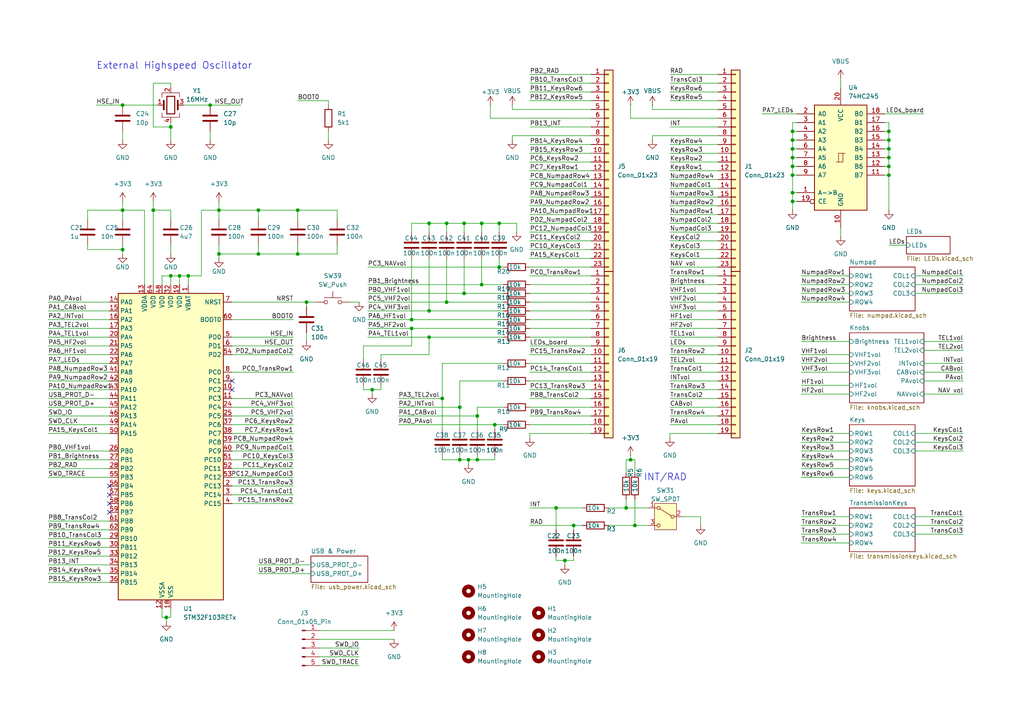
<source format=kicad_sch>
(kicad_sch
	(version 20231120)
	(generator "eeschema")
	(generator_version "8.0")
	(uuid "bda2127b-b465-4d1b-8618-16a3a37b8a85")
	(paper "A4")
	
	(junction
		(at 229.87 55.88)
		(diameter 0)
		(color 0 0 0 0)
		(uuid "09268cb1-9252-4154-b5ba-e4f1fd67080f")
	)
	(junction
		(at 138.43 120.65)
		(diameter 0)
		(color 0 0 0 0)
		(uuid "0c8c802e-505d-4fb1-828e-2bc1da91fe9e")
	)
	(junction
		(at 257.81 50.8)
		(diameter 0)
		(color 0 0 0 0)
		(uuid "11cad1fa-4f86-4e1e-9cb0-5b62b37e1aac")
	)
	(junction
		(at 229.87 48.26)
		(diameter 0)
		(color 0 0 0 0)
		(uuid "12b45ecc-18f3-48d1-af54-18841f1c7735")
	)
	(junction
		(at 182.88 133.35)
		(diameter 0)
		(color 0 0 0 0)
		(uuid "161eed18-0cab-48f4-b7b7-dd3712db84f7")
	)
	(junction
		(at 52.07 80.01)
		(diameter 0)
		(color 0 0 0 0)
		(uuid "16557882-48a0-4ffd-964f-8865c6bb1822")
	)
	(junction
		(at 124.46 90.17)
		(diameter 0)
		(color 0 0 0 0)
		(uuid "177f79ef-28bd-4883-b87c-5a435814b02c")
	)
	(junction
		(at 129.54 87.63)
		(diameter 0)
		(color 0 0 0 0)
		(uuid "191552e3-9caf-42e0-a239-0cceb7a0a119")
	)
	(junction
		(at 229.87 43.18)
		(diameter 0)
		(color 0 0 0 0)
		(uuid "19226563-cacd-4ab9-ab96-462d17960d62")
	)
	(junction
		(at 144.78 77.47)
		(diameter 0)
		(color 0 0 0 0)
		(uuid "1b62c5da-51c8-4791-bfe5-8f650c6644cf")
	)
	(junction
		(at 134.62 64.77)
		(diameter 0)
		(color 0 0 0 0)
		(uuid "2ba189d9-e943-49e6-88fc-9b2e0f5f1105")
	)
	(junction
		(at 138.43 133.35)
		(diameter 0)
		(color 0 0 0 0)
		(uuid "309f3768-db56-48e7-b29e-386c0a65acc6")
	)
	(junction
		(at 107.95 113.03)
		(diameter 0)
		(color 0 0 0 0)
		(uuid "33a2d859-f826-4f39-a388-49e3cdf00e77")
	)
	(junction
		(at 74.93 73.66)
		(diameter 0)
		(color 0 0 0 0)
		(uuid "33cd1ff2-0bef-4c27-9a96-97fdc0ff4a80")
	)
	(junction
		(at 184.15 152.4)
		(diameter 0)
		(color 0 0 0 0)
		(uuid "3594b873-6cd7-479f-b5ae-3ca417b3973c")
	)
	(junction
		(at 35.56 30.48)
		(diameter 0)
		(color 0 0 0 0)
		(uuid "3b36fc2d-026c-453d-9d11-1be2b457f4bb")
	)
	(junction
		(at 49.53 80.01)
		(diameter 0)
		(color 0 0 0 0)
		(uuid "3bfbd57a-2f76-43ed-89a0-bd81625c37ef")
	)
	(junction
		(at 229.87 40.64)
		(diameter 0)
		(color 0 0 0 0)
		(uuid "461c3c67-4ce0-4cca-a85f-b51428ef31d9")
	)
	(junction
		(at 229.87 38.1)
		(diameter 0)
		(color 0 0 0 0)
		(uuid "462f3bac-3ff4-4484-8b33-29e448e66850")
	)
	(junction
		(at 63.5 60.96)
		(diameter 0)
		(color 0 0 0 0)
		(uuid "479812ee-7b79-497f-b83a-64b2e8da0f2c")
	)
	(junction
		(at 257.81 38.1)
		(diameter 0)
		(color 0 0 0 0)
		(uuid "4810c586-4760-44cf-aea1-7cc6a6494fd0")
	)
	(junction
		(at 35.56 60.96)
		(diameter 0)
		(color 0 0 0 0)
		(uuid "4df8ca5b-5fe8-413d-a7bd-369cf3ee391e")
	)
	(junction
		(at 144.78 64.77)
		(diameter 0)
		(color 0 0 0 0)
		(uuid "4e58f341-0f26-4caa-967d-5eefb2770fd1")
	)
	(junction
		(at 86.36 60.96)
		(diameter 0)
		(color 0 0 0 0)
		(uuid "54722a53-eff0-4791-a7c9-9184e2232e69")
	)
	(junction
		(at 257.81 48.26)
		(diameter 0)
		(color 0 0 0 0)
		(uuid "5df14239-0b0e-4ef0-a9d1-1b97c81e2c33")
	)
	(junction
		(at 88.9 87.63)
		(diameter 0)
		(color 0 0 0 0)
		(uuid "5e345221-c0dd-458f-89cc-407e40978865")
	)
	(junction
		(at 129.54 64.77)
		(diameter 0)
		(color 0 0 0 0)
		(uuid "5f00d50c-d2fc-4ccd-9273-9855fa7c3479")
	)
	(junction
		(at 229.87 45.72)
		(diameter 0)
		(color 0 0 0 0)
		(uuid "62feab2f-ebcb-4be9-bd8a-18771e7273c3")
	)
	(junction
		(at 54.61 80.01)
		(diameter 0)
		(color 0 0 0 0)
		(uuid "67847fa0-4800-4543-8d10-3fa4e651c038")
	)
	(junction
		(at 133.35 118.11)
		(diameter 0)
		(color 0 0 0 0)
		(uuid "679129cd-33c6-4e64-b299-5ca2a4fac196")
	)
	(junction
		(at 166.37 152.4)
		(diameter 0)
		(color 0 0 0 0)
		(uuid "681d9e8e-d716-4544-9412-84261cd518db")
	)
	(junction
		(at 139.7 82.55)
		(diameter 0)
		(color 0 0 0 0)
		(uuid "69c7b7f2-e1ba-453a-992c-c609ddb1873a")
	)
	(junction
		(at 139.7 64.77)
		(diameter 0)
		(color 0 0 0 0)
		(uuid "8532ae42-0693-425f-919b-94d5b892d556")
	)
	(junction
		(at 128.27 115.57)
		(diameter 0)
		(color 0 0 0 0)
		(uuid "87c3ae27-5842-40e3-a86f-71757e605880")
	)
	(junction
		(at 44.45 60.96)
		(diameter 0)
		(color 0 0 0 0)
		(uuid "87fc4651-e4e8-4f42-a82f-c61c1f6d9e87")
	)
	(junction
		(at 135.89 133.35)
		(diameter 0)
		(color 0 0 0 0)
		(uuid "8db8a40a-b499-4703-9a52-9c282147d564")
	)
	(junction
		(at 119.38 92.71)
		(diameter 0)
		(color 0 0 0 0)
		(uuid "92672c3c-0b10-461b-b84d-ac5c11ecd917")
	)
	(junction
		(at 35.56 72.39)
		(diameter 0)
		(color 0 0 0 0)
		(uuid "93cfcd30-7795-47a0-953e-c941a96f71de")
	)
	(junction
		(at 257.81 40.64)
		(diameter 0)
		(color 0 0 0 0)
		(uuid "95a69c42-0d9a-49d8-94d4-e31cd4123440")
	)
	(junction
		(at 163.83 162.56)
		(diameter 0)
		(color 0 0 0 0)
		(uuid "b7b1d6d3-4ed5-4963-99ba-6365c3da7d7f")
	)
	(junction
		(at 229.87 58.42)
		(diameter 0)
		(color 0 0 0 0)
		(uuid "b816ffe6-18eb-4c47-b93a-1c9417372445")
	)
	(junction
		(at 181.61 147.32)
		(diameter 0)
		(color 0 0 0 0)
		(uuid "bb092205-18f1-464d-ad2b-acbfe753c2ac")
	)
	(junction
		(at 124.46 97.79)
		(diameter 0)
		(color 0 0 0 0)
		(uuid "bd29acc3-8ea6-4a21-94df-a904879e7e68")
	)
	(junction
		(at 143.51 123.19)
		(diameter 0)
		(color 0 0 0 0)
		(uuid "c4b7bd2f-bdb2-4987-893b-288c3f8bd75a")
	)
	(junction
		(at 119.38 95.25)
		(diameter 0)
		(color 0 0 0 0)
		(uuid "c77b758c-b0da-44e0-9f59-512d8e97a082")
	)
	(junction
		(at 257.81 43.18)
		(diameter 0)
		(color 0 0 0 0)
		(uuid "cb03b391-1c4f-4ed5-b78e-0963c820b354")
	)
	(junction
		(at 229.87 50.8)
		(diameter 0)
		(color 0 0 0 0)
		(uuid "ccb9986a-b652-4d0b-8b64-aaaccb37b4bf")
	)
	(junction
		(at 74.93 60.96)
		(diameter 0)
		(color 0 0 0 0)
		(uuid "cdff6452-2d58-4045-8761-9f84b28f2548")
	)
	(junction
		(at 134.62 85.09)
		(diameter 0)
		(color 0 0 0 0)
		(uuid "d3f9ef80-531a-4c50-b252-92047a85fbe5")
	)
	(junction
		(at 60.96 30.48)
		(diameter 0)
		(color 0 0 0 0)
		(uuid "dc36151d-719a-49fb-982e-f8cdf8a00c92")
	)
	(junction
		(at 48.26 179.07)
		(diameter 0)
		(color 0 0 0 0)
		(uuid "dee83123-3109-4b5a-bd24-dd734ba0a3c5")
	)
	(junction
		(at 124.46 64.77)
		(diameter 0)
		(color 0 0 0 0)
		(uuid "e436851c-e258-4a92-9a83-88e2b5981b00")
	)
	(junction
		(at 257.81 45.72)
		(diameter 0)
		(color 0 0 0 0)
		(uuid "e5bfd5ae-21fa-4516-afd0-f381009ba13d")
	)
	(junction
		(at 161.29 147.32)
		(diameter 0)
		(color 0 0 0 0)
		(uuid "e6a16a7e-a696-445f-a904-8c735043d0eb")
	)
	(junction
		(at 133.35 133.35)
		(diameter 0)
		(color 0 0 0 0)
		(uuid "e724e74a-fbff-4894-a71d-f9564b1508b4")
	)
	(junction
		(at 63.5 73.66)
		(diameter 0)
		(color 0 0 0 0)
		(uuid "ed81d054-e623-410e-9f45-51c4cbe02c03")
	)
	(junction
		(at 49.53 36.83)
		(diameter 0)
		(color 0 0 0 0)
		(uuid "f5f80f7f-986e-4bf7-b9b6-eabf0fe4cd25")
	)
	(junction
		(at 86.36 73.66)
		(diameter 0)
		(color 0 0 0 0)
		(uuid "f830cd5c-c76e-496e-ac60-f929d72ff3aa")
	)
	(no_connect
		(at 67.31 113.03)
		(uuid "012162d2-4b64-4c84-b8f4-2054d201446b")
	)
	(no_connect
		(at 31.75 146.05)
		(uuid "095ebbc1-4854-4ae1-9ef0-0d9362bb2677")
	)
	(no_connect
		(at 31.75 140.97)
		(uuid "5b800b43-f3d9-4f7a-8573-cca6eb407bf7")
	)
	(no_connect
		(at 67.31 110.49)
		(uuid "e451209b-a956-4162-a4d4-94a4bd619405")
	)
	(no_connect
		(at 31.75 143.51)
		(uuid "e8f11217-28d7-4b34-a32a-07ee38a5f0ba")
	)
	(no_connect
		(at 31.75 148.59)
		(uuid "f9d570cf-ab74-4753-8f23-d01c5ee0cf36")
	)
	(wire
		(pts
			(xy 63.5 63.5) (xy 63.5 60.96)
		)
		(stroke
			(width 0)
			(type default)
		)
		(uuid "0013c3ca-03c9-49bf-a052-acf5406ab419")
	)
	(wire
		(pts
			(xy 144.78 77.47) (xy 146.05 77.47)
		)
		(stroke
			(width 0)
			(type default)
		)
		(uuid "0149857a-0a51-45ce-a105-93a59b9576ba")
	)
	(wire
		(pts
			(xy 153.67 64.77) (xy 171.45 64.77)
		)
		(stroke
			(width 0)
			(type default)
		)
		(uuid "016ceb83-a902-482b-8b56-379e1e651a7c")
	)
	(wire
		(pts
			(xy 138.43 132.08) (xy 138.43 133.35)
		)
		(stroke
			(width 0)
			(type default)
		)
		(uuid "0367666a-8c68-478a-b07c-f0963079c2d2")
	)
	(wire
		(pts
			(xy 119.38 92.71) (xy 146.05 92.71)
		)
		(stroke
			(width 0)
			(type default)
		)
		(uuid "03b0a548-f6fc-4689-9bc0-9717f7b577ad")
	)
	(wire
		(pts
			(xy 44.45 24.13) (xy 44.45 36.83)
		)
		(stroke
			(width 0)
			(type default)
		)
		(uuid "03bda2b1-1dc1-4559-bc7e-b5f86aca045f")
	)
	(wire
		(pts
			(xy 119.38 95.25) (xy 146.05 95.25)
		)
		(stroke
			(width 0)
			(type default)
		)
		(uuid "04f988b1-6cf6-489f-b9c3-aa7dc5852b5d")
	)
	(wire
		(pts
			(xy 153.67 125.73) (xy 171.45 125.73)
		)
		(stroke
			(width 0)
			(type default)
		)
		(uuid "05bf51c8-4b55-423a-94a1-ec707a180ce7")
	)
	(wire
		(pts
			(xy 95.25 38.1) (xy 95.25 40.64)
		)
		(stroke
			(width 0)
			(type default)
		)
		(uuid "05d8aa97-a76a-4c56-87a8-e5701d227464")
	)
	(wire
		(pts
			(xy 101.6 87.63) (xy 104.14 87.63)
		)
		(stroke
			(width 0)
			(type default)
		)
		(uuid "06f64116-d19e-4636-b928-5e9582a53381")
	)
	(wire
		(pts
			(xy 13.97 120.65) (xy 31.75 120.65)
		)
		(stroke
			(width 0)
			(type default)
		)
		(uuid "0781fb4a-8e53-4956-8a00-8e2db8fbcc3c")
	)
	(wire
		(pts
			(xy 243.84 66.04) (xy 243.84 68.58)
		)
		(stroke
			(width 0)
			(type default)
		)
		(uuid "09052b8f-72a4-43fb-9aa7-653441715959")
	)
	(wire
		(pts
			(xy 194.31 29.21) (xy 208.28 29.21)
		)
		(stroke
			(width 0)
			(type default)
		)
		(uuid "09277dd4-3d62-4faa-80a6-d4b8a9d33c39")
	)
	(wire
		(pts
			(xy 194.31 85.09) (xy 208.28 85.09)
		)
		(stroke
			(width 0)
			(type default)
		)
		(uuid "0a6d525d-b838-4991-bb37-f09e2030e146")
	)
	(wire
		(pts
			(xy 119.38 64.77) (xy 124.46 64.77)
		)
		(stroke
			(width 0)
			(type default)
		)
		(uuid "0c0ac33c-e0f8-49a6-b9b5-479b73df50e4")
	)
	(wire
		(pts
			(xy 194.31 102.87) (xy 208.28 102.87)
		)
		(stroke
			(width 0)
			(type default)
		)
		(uuid "0c816d8d-6140-4f11-bf83-e23dc9f8381d")
	)
	(wire
		(pts
			(xy 161.29 161.29) (xy 161.29 162.56)
		)
		(stroke
			(width 0)
			(type default)
		)
		(uuid "0efe526b-246e-4887-93c3-db53b074dbe5")
	)
	(wire
		(pts
			(xy 256.54 38.1) (xy 257.81 38.1)
		)
		(stroke
			(width 0)
			(type default)
		)
		(uuid "0fdaa678-5c7a-4333-9f54-e728ea7f9acf")
	)
	(wire
		(pts
			(xy 279.4 154.94) (xy 265.43 154.94)
		)
		(stroke
			(width 0)
			(type default)
		)
		(uuid "1096026b-9391-40bd-8e3a-8a122a1cf00e")
	)
	(wire
		(pts
			(xy 194.31 49.53) (xy 208.28 49.53)
		)
		(stroke
			(width 0)
			(type default)
		)
		(uuid "10b7be56-09d8-4b9d-b8f9-0fdf4a9f0d6b")
	)
	(wire
		(pts
			(xy 148.59 39.37) (xy 171.45 39.37)
		)
		(stroke
			(width 0)
			(type default)
		)
		(uuid "1224a0e8-172d-4f03-8595-1df1e5a547be")
	)
	(wire
		(pts
			(xy 92.71 182.88) (xy 114.3 182.88)
		)
		(stroke
			(width 0)
			(type default)
		)
		(uuid "12c2eef3-e89a-4b57-9d21-305f150e6f9f")
	)
	(wire
		(pts
			(xy 229.87 48.26) (xy 231.14 48.26)
		)
		(stroke
			(width 0)
			(type default)
		)
		(uuid "13d46cef-2651-40d3-8031-e5512c87629e")
	)
	(wire
		(pts
			(xy 279.4 152.4) (xy 265.43 152.4)
		)
		(stroke
			(width 0)
			(type default)
		)
		(uuid "1494253b-c8dd-4778-ac6f-f7ce790afd38")
	)
	(wire
		(pts
			(xy 257.81 60.96) (xy 257.81 50.8)
		)
		(stroke
			(width 0)
			(type default)
		)
		(uuid "14d97a4e-bac3-46d8-ae66-9bde8b8c708d")
	)
	(wire
		(pts
			(xy 35.56 30.48) (xy 45.72 30.48)
		)
		(stroke
			(width 0)
			(type default)
		)
		(uuid "1547f0f1-15a9-49b8-aa24-115d71daa02f")
	)
	(wire
		(pts
			(xy 107.95 114.3) (xy 107.95 113.03)
		)
		(stroke
			(width 0)
			(type default)
		)
		(uuid "15b8bd71-0938-403e-b82c-931a88819788")
	)
	(wire
		(pts
			(xy 163.83 162.56) (xy 163.83 163.83)
		)
		(stroke
			(width 0)
			(type default)
		)
		(uuid "15c98d69-484b-468e-8b5a-08bacc07e123")
	)
	(wire
		(pts
			(xy 153.67 125.73) (xy 153.67 127)
		)
		(stroke
			(width 0)
			(type default)
		)
		(uuid "1736ad0e-8cc6-4fd1-bd3b-f9f5e55d31c7")
	)
	(wire
		(pts
			(xy 153.67 87.63) (xy 171.45 87.63)
		)
		(stroke
			(width 0)
			(type default)
		)
		(uuid "1a3839b4-eafb-498e-8563-a1e4ac2c5138")
	)
	(wire
		(pts
			(xy 194.31 87.63) (xy 208.28 87.63)
		)
		(stroke
			(width 0)
			(type default)
		)
		(uuid "1b3ce313-f878-45fb-8371-9dce8a9ca004")
	)
	(wire
		(pts
			(xy 182.88 133.35) (xy 181.61 133.35)
		)
		(stroke
			(width 0)
			(type default)
		)
		(uuid "1c12cfe1-8a0a-4f2b-bac6-410ce2aa17f3")
	)
	(wire
		(pts
			(xy 194.31 95.25) (xy 208.28 95.25)
		)
		(stroke
			(width 0)
			(type default)
		)
		(uuid "1eb0e47a-6ffb-49ac-b8d5-32b7de7b91d1")
	)
	(wire
		(pts
			(xy 44.45 58.42) (xy 44.45 60.96)
		)
		(stroke
			(width 0)
			(type default)
		)
		(uuid "1fdeed05-77c4-4907-ac26-136ca7f13f56")
	)
	(wire
		(pts
			(xy 194.31 24.13) (xy 208.28 24.13)
		)
		(stroke
			(width 0)
			(type default)
		)
		(uuid "204e6257-319a-4c4e-b63f-c413d8251bd5")
	)
	(wire
		(pts
			(xy 166.37 152.4) (xy 166.37 153.67)
		)
		(stroke
			(width 0)
			(type default)
		)
		(uuid "2121084d-b62a-46c0-b03e-449581c38615")
	)
	(wire
		(pts
			(xy 13.97 90.17) (xy 31.75 90.17)
		)
		(stroke
			(width 0)
			(type default)
		)
		(uuid "214678af-30a8-4b61-bc74-9b5d7ead8bdf")
	)
	(wire
		(pts
			(xy 67.31 125.73) (xy 85.09 125.73)
		)
		(stroke
			(width 0)
			(type default)
		)
		(uuid "21744799-7452-4b40-83b0-84894d64b11f")
	)
	(wire
		(pts
			(xy 194.31 115.57) (xy 208.28 115.57)
		)
		(stroke
			(width 0)
			(type default)
		)
		(uuid "2264ff24-02f8-44f9-9260-908850bc66a0")
	)
	(wire
		(pts
			(xy 208.28 97.79) (xy 194.31 97.79)
		)
		(stroke
			(width 0)
			(type default)
		)
		(uuid "22b1f09f-b7cd-4aca-9eaf-548624c27c63")
	)
	(wire
		(pts
			(xy 110.49 111.76) (xy 110.49 113.03)
		)
		(stroke
			(width 0)
			(type default)
		)
		(uuid "2307c4bf-07e6-4aa0-af6a-ba1e254c1bf5")
	)
	(wire
		(pts
			(xy 135.89 133.35) (xy 135.89 134.62)
		)
		(stroke
			(width 0)
			(type default)
		)
		(uuid "230a307f-5f69-4753-aabc-0eafe5775f77")
	)
	(wire
		(pts
			(xy 232.41 111.76) (xy 246.38 111.76)
		)
		(stroke
			(width 0)
			(type default)
		)
		(uuid "24274dee-6982-43c2-9f43-a8a91bcdb0aa")
	)
	(wire
		(pts
			(xy 232.41 87.63) (xy 246.38 87.63)
		)
		(stroke
			(width 0)
			(type default)
		)
		(uuid "24a6f8f0-b2f7-4c54-909d-3dc075b466ed")
	)
	(wire
		(pts
			(xy 256.54 33.02) (xy 267.97 33.02)
		)
		(stroke
			(width 0)
			(type default)
		)
		(uuid "254a9663-48d0-4eac-a38c-9b4a7636a4d5")
	)
	(wire
		(pts
			(xy 229.87 45.72) (xy 229.87 48.26)
		)
		(stroke
			(width 0)
			(type default)
		)
		(uuid "25d38ebc-4759-4b43-abe8-511f345d71a2")
	)
	(wire
		(pts
			(xy 229.87 55.88) (xy 229.87 58.42)
		)
		(stroke
			(width 0)
			(type default)
		)
		(uuid "26e27694-5ff3-4891-8f24-4e65c5f7dc87")
	)
	(wire
		(pts
			(xy 203.2 149.86) (xy 203.2 152.4)
		)
		(stroke
			(width 0)
			(type default)
		)
		(uuid "279e4e1c-bc54-4b7c-8849-c05a26a0573f")
	)
	(wire
		(pts
			(xy 256.54 35.56) (xy 257.81 35.56)
		)
		(stroke
			(width 0)
			(type default)
		)
		(uuid "295a49b3-6d16-4490-9da9-a001a9da5f29")
	)
	(wire
		(pts
			(xy 265.43 85.09) (xy 279.4 85.09)
		)
		(stroke
			(width 0)
			(type default)
		)
		(uuid "29d4a6d3-ac02-44f3-9790-044a1b76eabf")
	)
	(wire
		(pts
			(xy 13.97 100.33) (xy 31.75 100.33)
		)
		(stroke
			(width 0)
			(type default)
		)
		(uuid "2a3afcaa-c097-402a-8008-743a99da3dd7")
	)
	(wire
		(pts
			(xy 232.41 138.43) (xy 246.38 138.43)
		)
		(stroke
			(width 0)
			(type default)
		)
		(uuid "2a6402d8-1317-40f2-96c1-db57bd703817")
	)
	(wire
		(pts
			(xy 49.53 25.4) (xy 49.53 24.13)
		)
		(stroke
			(width 0)
			(type default)
		)
		(uuid "2a7c03f4-5309-45b6-a600-9a71a05c407d")
	)
	(wire
		(pts
			(xy 166.37 162.56) (xy 163.83 162.56)
		)
		(stroke
			(width 0)
			(type default)
		)
		(uuid "2a94c00b-6bc6-47d9-a0b2-760871312acb")
	)
	(wire
		(pts
			(xy 104.14 190.5) (xy 92.71 190.5)
		)
		(stroke
			(width 0)
			(type default)
		)
		(uuid "2aed6b3d-c3fc-4b8d-b747-c8850d54fe02")
	)
	(wire
		(pts
			(xy 133.35 110.49) (xy 133.35 118.11)
		)
		(stroke
			(width 0)
			(type default)
		)
		(uuid "2b84aac6-16a8-4eaa-a315-284e0c93e824")
	)
	(wire
		(pts
			(xy 194.31 120.65) (xy 208.28 120.65)
		)
		(stroke
			(width 0)
			(type default)
		)
		(uuid "2bd55bdb-7596-4b1a-b1a1-92b74a46f595")
	)
	(wire
		(pts
			(xy 153.67 82.55) (xy 171.45 82.55)
		)
		(stroke
			(width 0)
			(type default)
		)
		(uuid "2d0edf56-7484-4ead-8af1-26784835d7c3")
	)
	(wire
		(pts
			(xy 220.98 33.02) (xy 231.14 33.02)
		)
		(stroke
			(width 0)
			(type default)
		)
		(uuid "2d27cce1-eaee-4b51-b7b2-3d3dfd7aca00")
	)
	(wire
		(pts
			(xy 13.97 138.43) (xy 31.75 138.43)
		)
		(stroke
			(width 0)
			(type default)
		)
		(uuid "2e9752d7-edc4-495e-a8dd-cbeee9b59ab6")
	)
	(wire
		(pts
			(xy 139.7 64.77) (xy 144.78 64.77)
		)
		(stroke
			(width 0)
			(type default)
		)
		(uuid "2f222959-3395-403d-b210-03bf0fce4ac7")
	)
	(wire
		(pts
			(xy 67.31 115.57) (xy 85.09 115.57)
		)
		(stroke
			(width 0)
			(type default)
		)
		(uuid "2f792549-a563-4c83-957b-b9d58175f2b1")
	)
	(wire
		(pts
			(xy 138.43 120.65) (xy 138.43 124.46)
		)
		(stroke
			(width 0)
			(type default)
		)
		(uuid "2f908fee-1e01-4622-b286-5c2c00b1a67c")
	)
	(wire
		(pts
			(xy 133.35 110.49) (xy 146.05 110.49)
		)
		(stroke
			(width 0)
			(type default)
		)
		(uuid "2ff8875d-8170-43c5-ac30-0b1e1c6371c3")
	)
	(wire
		(pts
			(xy 232.41 105.41) (xy 246.38 105.41)
		)
		(stroke
			(width 0)
			(type default)
		)
		(uuid "31fdbbba-8efb-4d7c-af65-ba006d1a4916")
	)
	(wire
		(pts
			(xy 153.67 62.23) (xy 171.45 62.23)
		)
		(stroke
			(width 0)
			(type default)
		)
		(uuid "321b4f0c-e6d0-47ce-adea-c1d14de30fc4")
	)
	(wire
		(pts
			(xy 153.67 95.25) (xy 171.45 95.25)
		)
		(stroke
			(width 0)
			(type default)
		)
		(uuid "325ce88e-0282-4917-a346-533795cc69ff")
	)
	(wire
		(pts
			(xy 115.57 118.11) (xy 133.35 118.11)
		)
		(stroke
			(width 0)
			(type default)
		)
		(uuid "32a0a1b5-0b1e-45d8-9e59-2fc6b05cedff")
	)
	(wire
		(pts
			(xy 110.49 102.87) (xy 124.46 102.87)
		)
		(stroke
			(width 0)
			(type default)
		)
		(uuid "3413ddff-789d-40e0-bb04-df69332f815a")
	)
	(wire
		(pts
			(xy 88.9 96.52) (xy 88.9 99.06)
		)
		(stroke
			(width 0)
			(type default)
		)
		(uuid "34ba5cf1-8e4b-46bd-9583-f5c8c043525d")
	)
	(wire
		(pts
			(xy 13.97 133.35) (xy 31.75 133.35)
		)
		(stroke
			(width 0)
			(type default)
		)
		(uuid "3768a022-6e8e-4cac-83e0-ab14509ad10c")
	)
	(wire
		(pts
			(xy 106.68 92.71) (xy 119.38 92.71)
		)
		(stroke
			(width 0)
			(type default)
		)
		(uuid "37bfad9a-37da-4d71-bdf8-1e9dfaaa9ccb")
	)
	(wire
		(pts
			(xy 194.31 44.45) (xy 208.28 44.45)
		)
		(stroke
			(width 0)
			(type default)
		)
		(uuid "37ed43ec-efb2-4dc3-baea-3f92a9cd075a")
	)
	(wire
		(pts
			(xy 153.67 120.65) (xy 171.45 120.65)
		)
		(stroke
			(width 0)
			(type default)
		)
		(uuid "39e4ea1e-127d-4c71-bc4a-bfda8cb1d5c9")
	)
	(wire
		(pts
			(xy 13.97 92.71) (xy 31.75 92.71)
		)
		(stroke
			(width 0)
			(type default)
		)
		(uuid "3be38a7d-34a2-47ce-8a18-4a5d4e81a653")
	)
	(wire
		(pts
			(xy 67.31 130.81) (xy 85.09 130.81)
		)
		(stroke
			(width 0)
			(type default)
		)
		(uuid "3c18807a-9fda-407c-917c-8ee029f83c78")
	)
	(wire
		(pts
			(xy 267.97 114.3) (xy 279.4 114.3)
		)
		(stroke
			(width 0)
			(type default)
		)
		(uuid "3c4ba8b2-ba3f-408d-9415-7d75789ce06a")
	)
	(wire
		(pts
			(xy 153.67 54.61) (xy 171.45 54.61)
		)
		(stroke
			(width 0)
			(type default)
		)
		(uuid "3c51cff2-191f-4e56-b8f8-258ce1c037db")
	)
	(wire
		(pts
			(xy 67.31 146.05) (xy 85.09 146.05)
		)
		(stroke
			(width 0)
			(type default)
		)
		(uuid "3c5310e6-b564-4398-b690-72fc2ed9f3cb")
	)
	(wire
		(pts
			(xy 166.37 161.29) (xy 166.37 162.56)
		)
		(stroke
			(width 0)
			(type default)
		)
		(uuid "3c9a4731-b6b5-419e-a57b-22cffe8a30fa")
	)
	(wire
		(pts
			(xy 53.34 30.48) (xy 60.96 30.48)
		)
		(stroke
			(width 0)
			(type default)
		)
		(uuid "3d4b92f4-83a7-4db6-8838-7469111f4851")
	)
	(wire
		(pts
			(xy 153.67 147.32) (xy 161.29 147.32)
		)
		(stroke
			(width 0)
			(type default)
		)
		(uuid "3d664cfa-4a10-444b-9fff-5975500b7dac")
	)
	(wire
		(pts
			(xy 229.87 43.18) (xy 231.14 43.18)
		)
		(stroke
			(width 0)
			(type default)
		)
		(uuid "3d75717c-46a9-4709-96d7-4eadd9816308")
	)
	(wire
		(pts
			(xy 198.12 149.86) (xy 203.2 149.86)
		)
		(stroke
			(width 0)
			(type default)
		)
		(uuid "3e2fb2bb-f6a5-4762-839b-2c67b7a525f3")
	)
	(wire
		(pts
			(xy 232.41 114.3) (xy 246.38 114.3)
		)
		(stroke
			(width 0)
			(type default)
		)
		(uuid "3e39c1b7-e0be-47e7-8c68-a215e4d8af4a")
	)
	(wire
		(pts
			(xy 184.15 137.16) (xy 184.15 133.35)
		)
		(stroke
			(width 0)
			(type default)
		)
		(uuid "3f2ae506-2365-454d-ac79-698b18c92025")
	)
	(wire
		(pts
			(xy 194.31 57.15) (xy 208.28 57.15)
		)
		(stroke
			(width 0)
			(type default)
		)
		(uuid "3f917e0f-b27a-4616-8977-d0aeef5c1ad1")
	)
	(wire
		(pts
			(xy 25.4 72.39) (xy 35.56 72.39)
		)
		(stroke
			(width 0)
			(type default)
		)
		(uuid "3fca4413-d28c-43bd-99d5-c1b5a0f9029c")
	)
	(wire
		(pts
			(xy 232.41 125.73) (xy 246.38 125.73)
		)
		(stroke
			(width 0)
			(type default)
		)
		(uuid "41646217-ae8d-430b-b28e-adc150f76fe9")
	)
	(wire
		(pts
			(xy 129.54 87.63) (xy 146.05 87.63)
		)
		(stroke
			(width 0)
			(type default)
		)
		(uuid "419b8c09-65f4-4a19-9adf-954566bb673e")
	)
	(wire
		(pts
			(xy 67.31 140.97) (xy 85.09 140.97)
		)
		(stroke
			(width 0)
			(type default)
		)
		(uuid "41da6a7e-5097-48fe-aa51-9a25c0605412")
	)
	(wire
		(pts
			(xy 128.27 105.41) (xy 146.05 105.41)
		)
		(stroke
			(width 0)
			(type default)
		)
		(uuid "41eb1cac-0a40-4574-8664-7be0289b6742")
	)
	(wire
		(pts
			(xy 67.31 120.65) (xy 85.09 120.65)
		)
		(stroke
			(width 0)
			(type default)
		)
		(uuid "42419de1-08d4-4d73-a2fd-b846bfed77bc")
	)
	(wire
		(pts
			(xy 194.31 107.95) (xy 208.28 107.95)
		)
		(stroke
			(width 0)
			(type default)
		)
		(uuid "44bc142a-ee1d-4d9e-b89a-b561ed0d6fa3")
	)
	(wire
		(pts
			(xy 194.31 90.17) (xy 208.28 90.17)
		)
		(stroke
			(width 0)
			(type default)
		)
		(uuid "4552b3d2-1bf1-4840-97f5-30e5be7a0fe2")
	)
	(wire
		(pts
			(xy 153.67 36.83) (xy 171.45 36.83)
		)
		(stroke
			(width 0)
			(type default)
		)
		(uuid "46b521bf-bc33-4764-95a0-31042c56f2e4")
	)
	(wire
		(pts
			(xy 58.42 60.96) (xy 58.42 80.01)
		)
		(stroke
			(width 0)
			(type default)
		)
		(uuid "47f357c2-85dd-4c40-be3f-b94ee320b5a8")
	)
	(wire
		(pts
			(xy 134.62 85.09) (xy 146.05 85.09)
		)
		(stroke
			(width 0)
			(type default)
		)
		(uuid "48b7a627-42f0-472a-ade6-8e6f9edefcbf")
	)
	(wire
		(pts
			(xy 135.89 133.35) (xy 138.43 133.35)
		)
		(stroke
			(width 0)
			(type default)
		)
		(uuid "48dc612d-7328-471f-9975-b58e6630b086")
	)
	(wire
		(pts
			(xy 124.46 97.79) (xy 146.05 97.79)
		)
		(stroke
			(width 0)
			(type default)
		)
		(uuid "49ff2463-f2ce-4a31-9c81-c3fcea8ebf10")
	)
	(wire
		(pts
			(xy 48.26 179.07) (xy 48.26 180.34)
		)
		(stroke
			(width 0)
			(type default)
		)
		(uuid "4a6bd1db-bf49-4cc0-b309-865731bbc10f")
	)
	(wire
		(pts
			(xy 134.62 64.77) (xy 139.7 64.77)
		)
		(stroke
			(width 0)
			(type default)
		)
		(uuid "4bf187d7-65c8-4a3f-9706-1e51f51d2fe2")
	)
	(wire
		(pts
			(xy 86.36 73.66) (xy 97.79 73.66)
		)
		(stroke
			(width 0)
			(type default)
		)
		(uuid "4c228fad-0aa9-4e37-a0d9-d0613ac6998a")
	)
	(wire
		(pts
			(xy 90.17 163.83) (xy 74.93 163.83)
		)
		(stroke
			(width 0)
			(type default)
		)
		(uuid "4c72cf41-12d3-4e6a-81a9-aeb108b791fc")
	)
	(wire
		(pts
			(xy 256.54 45.72) (xy 257.81 45.72)
		)
		(stroke
			(width 0)
			(type default)
		)
		(uuid "4d5705e7-7d8a-4d5b-88d1-e9dd52acf796")
	)
	(wire
		(pts
			(xy 49.53 60.96) (xy 49.53 63.5)
		)
		(stroke
			(width 0)
			(type default)
		)
		(uuid "4d703b2c-b708-4178-9362-a8e2c46af395")
	)
	(wire
		(pts
			(xy 267.97 110.49) (xy 279.4 110.49)
		)
		(stroke
			(width 0)
			(type default)
		)
		(uuid "4d838e5c-1d16-4183-984c-a8dcf3600123")
	)
	(wire
		(pts
			(xy 194.31 52.07) (xy 208.28 52.07)
		)
		(stroke
			(width 0)
			(type default)
		)
		(uuid "4d87f572-1e15-4524-affa-41a84547697b")
	)
	(wire
		(pts
			(xy 97.79 63.5) (xy 97.79 60.96)
		)
		(stroke
			(width 0)
			(type default)
		)
		(uuid "4d971a70-bc00-4e01-bfed-2fc848ddf794")
	)
	(wire
		(pts
			(xy 153.67 118.11) (xy 171.45 118.11)
		)
		(stroke
			(width 0)
			(type default)
		)
		(uuid "4f689d34-8a58-47eb-bb80-61687a1b97d1")
	)
	(wire
		(pts
			(xy 232.41 80.01) (xy 246.38 80.01)
		)
		(stroke
			(width 0)
			(type default)
		)
		(uuid "503452ca-f673-4c93-b7b7-b2e48cf38d49")
	)
	(wire
		(pts
			(xy 229.87 40.64) (xy 229.87 43.18)
		)
		(stroke
			(width 0)
			(type default)
		)
		(uuid "5089e467-783d-4947-85f5-2b07ae3d521e")
	)
	(wire
		(pts
			(xy 129.54 74.93) (xy 129.54 87.63)
		)
		(stroke
			(width 0)
			(type default)
		)
		(uuid "50cd4760-63ae-4b65-babb-2395def97ad2")
	)
	(wire
		(pts
			(xy 257.81 43.18) (xy 257.81 40.64)
		)
		(stroke
			(width 0)
			(type default)
		)
		(uuid "50f228ac-44ef-4377-89b0-4ca052757ed7")
	)
	(wire
		(pts
			(xy 67.31 138.43) (xy 85.09 138.43)
		)
		(stroke
			(width 0)
			(type default)
		)
		(uuid "51297606-7d98-416f-b0ea-48ea700698a3")
	)
	(wire
		(pts
			(xy 13.97 123.19) (xy 31.75 123.19)
		)
		(stroke
			(width 0)
			(type default)
		)
		(uuid "517d7f0b-e49c-4c0d-937a-c045ebeb9be0")
	)
	(wire
		(pts
			(xy 134.62 64.77) (xy 134.62 67.31)
		)
		(stroke
			(width 0)
			(type default)
		)
		(uuid "52012576-cb42-4314-bde6-9887aaac3ab7")
	)
	(wire
		(pts
			(xy 153.67 46.99) (xy 171.45 46.99)
		)
		(stroke
			(width 0)
			(type default)
		)
		(uuid "54d77aed-de07-4c39-bfd5-6811e161ba98")
	)
	(wire
		(pts
			(xy 153.67 24.13) (xy 171.45 24.13)
		)
		(stroke
			(width 0)
			(type default)
		)
		(uuid "55274596-6480-48fa-bab9-90ac04f6468e")
	)
	(wire
		(pts
			(xy 153.67 26.67) (xy 171.45 26.67)
		)
		(stroke
			(width 0)
			(type default)
		)
		(uuid "56bb828d-eb9a-4810-b569-7a2f68ae858d")
	)
	(wire
		(pts
			(xy 267.97 99.06) (xy 279.4 99.06)
		)
		(stroke
			(width 0)
			(type default)
		)
		(uuid "583f3e96-d05f-47f3-b0ad-98bd34b19cb3")
	)
	(wire
		(pts
			(xy 110.49 113.03) (xy 107.95 113.03)
		)
		(stroke
			(width 0)
			(type default)
		)
		(uuid "587a27b0-681a-45d8-aa6c-65bdb7a024c4")
	)
	(wire
		(pts
			(xy 106.68 77.47) (xy 144.78 77.47)
		)
		(stroke
			(width 0)
			(type default)
		)
		(uuid "58de74eb-b29f-4198-825d-4eaee6d1746e")
	)
	(wire
		(pts
			(xy 208.28 118.11) (xy 194.31 118.11)
		)
		(stroke
			(width 0)
			(type default)
		)
		(uuid "590d3206-9797-4e8d-a8cd-44e7213cf225")
	)
	(wire
		(pts
			(xy 153.67 113.03) (xy 171.45 113.03)
		)
		(stroke
			(width 0)
			(type default)
		)
		(uuid "5a147b55-2ff9-49fe-a615-401b427e608e")
	)
	(wire
		(pts
			(xy 67.31 107.95) (xy 85.09 107.95)
		)
		(stroke
			(width 0)
			(type default)
		)
		(uuid "5a4a09c4-f385-41a5-9e5e-f79725812b52")
	)
	(wire
		(pts
			(xy 161.29 147.32) (xy 161.29 153.67)
		)
		(stroke
			(width 0)
			(type default)
		)
		(uuid "5a8fb2b2-0bd2-4cb9-992d-cdddb1d90e72")
	)
	(wire
		(pts
			(xy 194.31 92.71) (xy 208.28 92.71)
		)
		(stroke
			(width 0)
			(type default)
		)
		(uuid "5b8313e9-cdbd-4913-92ac-e8f037b5312f")
	)
	(wire
		(pts
			(xy 232.41 133.35) (xy 246.38 133.35)
		)
		(stroke
			(width 0)
			(type default)
		)
		(uuid "5bbc17e0-bca6-4453-9662-36aa162a3e09")
	)
	(wire
		(pts
			(xy 149.86 64.77) (xy 149.86 67.31)
		)
		(stroke
			(width 0)
			(type default)
		)
		(uuid "5c313950-d2f4-4edf-b8cf-f33ebf3748b3")
	)
	(wire
		(pts
			(xy 46.99 82.55) (xy 46.99 80.01)
		)
		(stroke
			(width 0)
			(type default)
		)
		(uuid "5d59a066-dd41-4677-b0ff-b1d0f33b387a")
	)
	(wire
		(pts
			(xy 181.61 147.32) (xy 187.96 147.32)
		)
		(stroke
			(width 0)
			(type default)
		)
		(uuid "5d5b7935-931d-4ae1-9b36-8eb8544551ba")
	)
	(wire
		(pts
			(xy 194.31 80.01) (xy 208.28 80.01)
		)
		(stroke
			(width 0)
			(type default)
		)
		(uuid "5d643dbd-a4fd-44ad-a6cb-d78225fce8ef")
	)
	(wire
		(pts
			(xy 49.53 24.13) (xy 44.45 24.13)
		)
		(stroke
			(width 0)
			(type default)
		)
		(uuid "5d6a3e0e-636c-44e9-b157-01e86193c14d")
	)
	(wire
		(pts
			(xy 153.67 44.45) (xy 171.45 44.45)
		)
		(stroke
			(width 0)
			(type default)
		)
		(uuid "5d8360d9-6b26-4948-8fda-abb6046b2cf0")
	)
	(wire
		(pts
			(xy 208.28 64.77) (xy 194.31 64.77)
		)
		(stroke
			(width 0)
			(type default)
		)
		(uuid "5db22661-bd01-44d9-be53-c1cc305a4a08")
	)
	(wire
		(pts
			(xy 232.41 149.86) (xy 246.38 149.86)
		)
		(stroke
			(width 0)
			(type default)
		)
		(uuid "5ef24699-abb6-49ab-9c76-af8450711895")
	)
	(wire
		(pts
			(xy 232.41 102.87) (xy 246.38 102.87)
		)
		(stroke
			(width 0)
			(type default)
		)
		(uuid "5f89d6db-1586-4ee6-a664-83d2a7b45821")
	)
	(wire
		(pts
			(xy 67.31 102.87) (xy 85.09 102.87)
		)
		(stroke
			(width 0)
			(type default)
		)
		(uuid "609aad2b-cbd2-4b49-8511-55d42f36c6cd")
	)
	(wire
		(pts
			(xy 153.67 57.15) (xy 171.45 57.15)
		)
		(stroke
			(width 0)
			(type default)
		)
		(uuid "62837af7-b804-494b-88af-8b95d4cd2f52")
	)
	(wire
		(pts
			(xy 13.97 95.25) (xy 31.75 95.25)
		)
		(stroke
			(width 0)
			(type default)
		)
		(uuid "62a32fee-8247-4b2e-a352-8ae4e8a0da77")
	)
	(wire
		(pts
			(xy 74.93 71.12) (xy 74.93 73.66)
		)
		(stroke
			(width 0)
			(type default)
		)
		(uuid "633ebde2-37b5-4054-8920-773a494dabf3")
	)
	(wire
		(pts
			(xy 124.46 64.77) (xy 124.46 67.31)
		)
		(stroke
			(width 0)
			(type default)
		)
		(uuid "639e93df-7df3-445f-9e50-bcfd3d0f60cf")
	)
	(wire
		(pts
			(xy 67.31 87.63) (xy 88.9 87.63)
		)
		(stroke
			(width 0)
			(type default)
		)
		(uuid "63b0d1f1-4fc6-4e82-9b9f-83c89e87a14d")
	)
	(wire
		(pts
			(xy 35.56 38.1) (xy 35.56 40.64)
		)
		(stroke
			(width 0)
			(type default)
		)
		(uuid "643e38d2-2e5f-4696-9191-f90052bb8be9")
	)
	(wire
		(pts
			(xy 107.95 113.03) (xy 105.41 113.03)
		)
		(stroke
			(width 0)
			(type default)
		)
		(uuid "67259ed4-5cb8-409e-af27-8771936a25d6")
	)
	(wire
		(pts
			(xy 229.87 45.72) (xy 231.14 45.72)
		)
		(stroke
			(width 0)
			(type default)
		)
		(uuid "67ab3dff-a1c1-48b2-8cf7-1841860553a0")
	)
	(wire
		(pts
			(xy 153.67 29.21) (xy 171.45 29.21)
		)
		(stroke
			(width 0)
			(type default)
		)
		(uuid "67c93c5a-4a39-43cd-a745-12796d863d04")
	)
	(wire
		(pts
			(xy 134.62 74.93) (xy 134.62 85.09)
		)
		(stroke
			(width 0)
			(type default)
		)
		(uuid "689903d3-931a-4326-86da-79436bf254a6")
	)
	(wire
		(pts
			(xy 208.28 123.19) (xy 194.31 123.19)
		)
		(stroke
			(width 0)
			(type default)
		)
		(uuid "69123677-ca86-4132-991e-696878d36682")
	)
	(wire
		(pts
			(xy 49.53 35.56) (xy 49.53 36.83)
		)
		(stroke
			(width 0)
			(type default)
		)
		(uuid "69dedafd-141b-40a7-b073-19cd24e1beca")
	)
	(wire
		(pts
			(xy 104.14 193.04) (xy 92.71 193.04)
		)
		(stroke
			(width 0)
			(type default)
		)
		(uuid "6c64730a-4589-4c74-ab73-f491ae822e4a")
	)
	(wire
		(pts
			(xy 104.14 187.96) (xy 92.71 187.96)
		)
		(stroke
			(width 0)
			(type default)
		)
		(uuid "6deac241-4f9f-49cf-b564-c1a73b1ce3fe")
	)
	(wire
		(pts
			(xy 189.23 31.75) (xy 189.23 30.48)
		)
		(stroke
			(width 0)
			(type default)
		)
		(uuid "6ea8e6bf-2289-4aff-a5d0-752ba7474f86")
	)
	(wire
		(pts
			(xy 13.97 168.91) (xy 31.75 168.91)
		)
		(stroke
			(width 0)
			(type default)
		)
		(uuid "6eaee68b-87b0-4699-8da5-2c32fe6f3795")
	)
	(wire
		(pts
			(xy 153.67 123.19) (xy 171.45 123.19)
		)
		(stroke
			(width 0)
			(type default)
		)
		(uuid "6ecc11a1-86b9-47ce-8b64-e78bb4fa6cc2")
	)
	(wire
		(pts
			(xy 265.43 82.55) (xy 279.4 82.55)
		)
		(stroke
			(width 0)
			(type default)
		)
		(uuid "6f49d42f-ad91-4bf5-a4e3-2657d1f5d5c2")
	)
	(wire
		(pts
			(xy 232.41 135.89) (xy 246.38 135.89)
		)
		(stroke
			(width 0)
			(type default)
		)
		(uuid "6f598da6-b9bb-446c-8fd5-bb97369b787f")
	)
	(wire
		(pts
			(xy 267.97 107.95) (xy 279.4 107.95)
		)
		(stroke
			(width 0)
			(type default)
		)
		(uuid "70659729-6adc-4135-b0e8-340be4cbdd37")
	)
	(wire
		(pts
			(xy 144.78 74.93) (xy 144.78 77.47)
		)
		(stroke
			(width 0)
			(type default)
		)
		(uuid "70739700-2626-4800-a1ea-925b9e6091e1")
	)
	(wire
		(pts
			(xy 153.67 105.41) (xy 171.45 105.41)
		)
		(stroke
			(width 0)
			(type default)
		)
		(uuid "71e93838-ac9e-4715-ae2c-81fdc7e633b2")
	)
	(wire
		(pts
			(xy 194.31 46.99) (xy 208.28 46.99)
		)
		(stroke
			(width 0)
			(type default)
		)
		(uuid "722bf4bd-253d-4253-9842-3bb6c14af89d")
	)
	(wire
		(pts
			(xy 124.46 74.93) (xy 124.46 90.17)
		)
		(stroke
			(width 0)
			(type default)
		)
		(uuid "7270d1bf-e53a-4119-9b9b-7cf201cad345")
	)
	(wire
		(pts
			(xy 106.68 95.25) (xy 119.38 95.25)
		)
		(stroke
			(width 0)
			(type default)
		)
		(uuid "72735b75-1359-4a19-b4ae-5f0abac557de")
	)
	(wire
		(pts
			(xy 74.93 60.96) (xy 74.93 63.5)
		)
		(stroke
			(width 0)
			(type default)
		)
		(uuid "72dc3b9a-e203-4155-a3ac-7849155f34e7")
	)
	(wire
		(pts
			(xy 49.53 71.12) (xy 49.53 73.66)
		)
		(stroke
			(width 0)
			(type default)
		)
		(uuid "74ec30e2-8b11-4f4f-bb78-e76d876943c0")
	)
	(wire
		(pts
			(xy 128.27 132.08) (xy 128.27 133.35)
		)
		(stroke
			(width 0)
			(type default)
		)
		(uuid "7575c8c4-65a0-447e-966c-6820dc604b51")
	)
	(wire
		(pts
			(xy 194.31 105.41) (xy 208.28 105.41)
		)
		(stroke
			(width 0)
			(type default)
		)
		(uuid "75b0465d-3e06-4412-8b3d-730e8c8d9f58")
	)
	(wire
		(pts
			(xy 184.15 133.35) (xy 182.88 133.35)
		)
		(stroke
			(width 0)
			(type default)
		)
		(uuid "75bdc14d-1ca4-4ef3-9b4e-0e25c1b8fca0")
	)
	(wire
		(pts
			(xy 232.41 128.27) (xy 246.38 128.27)
		)
		(stroke
			(width 0)
			(type default)
		)
		(uuid "75e87a64-ebb0-4807-b83b-456f6f5e6404")
	)
	(wire
		(pts
			(xy 63.5 73.66) (xy 63.5 74.93)
		)
		(stroke
			(width 0)
			(type default)
		)
		(uuid "760a72d4-eac7-4b92-b6b5-5a0d9b0812bc")
	)
	(wire
		(pts
			(xy 194.31 113.03) (xy 208.28 113.03)
		)
		(stroke
			(width 0)
			(type default)
		)
		(uuid "76702ae8-9b57-44f3-877e-51c10fd9a0d1")
	)
	(wire
		(pts
			(xy 138.43 133.35) (xy 143.51 133.35)
		)
		(stroke
			(width 0)
			(type default)
		)
		(uuid "784d4569-9170-4301-ab97-55d8c8ac2fad")
	)
	(wire
		(pts
			(xy 232.41 154.94) (xy 246.38 154.94)
		)
		(stroke
			(width 0)
			(type default)
		)
		(uuid "78eab8b9-0a65-46f8-b5f5-7d533d2ade05")
	)
	(wire
		(pts
			(xy 128.27 133.35) (xy 133.35 133.35)
		)
		(stroke
			(width 0)
			(type default)
		)
		(uuid "7917f0ae-bad1-4f19-94cb-81e1f1b6a8b8")
	)
	(wire
		(pts
			(xy 265.43 125.73) (xy 279.4 125.73)
		)
		(stroke
			(width 0)
			(type default)
		)
		(uuid "79857e8f-df60-4e61-8139-4b1df071ed67")
	)
	(wire
		(pts
			(xy 153.67 107.95) (xy 171.45 107.95)
		)
		(stroke
			(width 0)
			(type default)
		)
		(uuid "79dee3fc-c4be-4763-abe0-16e80b8c49d4")
	)
	(wire
		(pts
			(xy 257.81 71.12) (xy 262.89 71.12)
		)
		(stroke
			(width 0)
			(type default)
		)
		(uuid "7a719f66-490c-4756-9ee5-b9c5b6fc73eb")
	)
	(wire
		(pts
			(xy 119.38 67.31) (xy 119.38 64.77)
		)
		(stroke
			(width 0)
			(type default)
		)
		(uuid "7ba9b87d-a775-433f-8257-aeb9988bc78d")
	)
	(wire
		(pts
			(xy 231.14 40.64) (xy 229.87 40.64)
		)
		(stroke
			(width 0)
			(type default)
		)
		(uuid "7c2b13f4-1f6a-44bb-9522-a567f9811465")
	)
	(wire
		(pts
			(xy 208.28 67.31) (xy 194.31 67.31)
		)
		(stroke
			(width 0)
			(type default)
		)
		(uuid "7db655fa-3edf-401a-b2a1-a98d7f5dd208")
	)
	(wire
		(pts
			(xy 13.97 156.21) (xy 31.75 156.21)
		)
		(stroke
			(width 0)
			(type default)
		)
		(uuid "7dd344ce-cbdb-4c58-9d7c-7de227a0ad67")
	)
	(wire
		(pts
			(xy 257.81 35.56) (xy 257.81 38.1)
		)
		(stroke
			(width 0)
			(type default)
		)
		(uuid "7e3ee79d-1584-4a22-a0ce-52eda4554eb8")
	)
	(wire
		(pts
			(xy 153.67 90.17) (xy 171.45 90.17)
		)
		(stroke
			(width 0)
			(type default)
		)
		(uuid "7e53cf11-a4d3-44f3-8818-296f0602b128")
	)
	(wire
		(pts
			(xy 44.45 36.83) (xy 49.53 36.83)
		)
		(stroke
			(width 0)
			(type default)
		)
		(uuid "7ebf851f-3495-48b5-8cff-60aad403f9d4")
	)
	(wire
		(pts
			(xy 139.7 82.55) (xy 146.05 82.55)
		)
		(stroke
			(width 0)
			(type default)
		)
		(uuid "80bc29c9-f9cc-4c10-875f-24a4db70bdeb")
	)
	(wire
		(pts
			(xy 58.42 80.01) (xy 54.61 80.01)
		)
		(stroke
			(width 0)
			(type default)
		)
		(uuid "815cf3c2-a265-4929-af9d-fb446ed3f1b8")
	)
	(wire
		(pts
			(xy 153.67 110.49) (xy 171.45 110.49)
		)
		(stroke
			(width 0)
			(type default)
		)
		(uuid "83f97051-6757-46db-ad19-d5654bf544bd")
	)
	(wire
		(pts
			(xy 257.81 38.1) (xy 257.81 40.64)
		)
		(stroke
			(width 0)
			(type default)
		)
		(uuid "83ff85c4-ae9c-43ba-94ae-9a0a1c40486d")
	)
	(wire
		(pts
			(xy 133.35 118.11) (xy 133.35 124.46)
		)
		(stroke
			(width 0)
			(type default)
		)
		(uuid "84564ada-1f68-43ac-9874-f348c01dad0f")
	)
	(wire
		(pts
			(xy 25.4 60.96) (xy 35.56 60.96)
		)
		(stroke
			(width 0)
			(type default)
		)
		(uuid "8475bd4a-44bb-4ad8-9800-46a773819a2c")
	)
	(wire
		(pts
			(xy 13.97 163.83) (xy 31.75 163.83)
		)
		(stroke
			(width 0)
			(type default)
		)
		(uuid "851b31cd-a7b8-45c4-b79a-60d2d48326ff")
	)
	(wire
		(pts
			(xy 182.88 132.08) (xy 182.88 133.35)
		)
		(stroke
			(width 0)
			(type default)
		)
		(uuid "851ee3c0-4bd1-44bd-8ee6-89a305703207")
	)
	(wire
		(pts
			(xy 153.67 100.33) (xy 171.45 100.33)
		)
		(stroke
			(width 0)
			(type default)
		)
		(uuid "86609503-079d-424f-a6e0-faed18042adf")
	)
	(wire
		(pts
			(xy 128.27 105.41) (xy 128.27 115.57)
		)
		(stroke
			(width 0)
			(type default)
		)
		(uuid "88f71e4a-763a-44d0-83e8-f4e494da4d38")
	)
	(wire
		(pts
			(xy 243.84 22.86) (xy 243.84 25.4)
		)
		(stroke
			(width 0)
			(type default)
		)
		(uuid "89abca4d-4801-493f-9815-2c249ad89be6")
	)
	(wire
		(pts
			(xy 153.67 92.71) (xy 171.45 92.71)
		)
		(stroke
			(width 0)
			(type default)
		)
		(uuid "8a811b79-03a4-4ead-b625-bb60fb7ce72f")
	)
	(wire
		(pts
			(xy 119.38 95.25) (xy 119.38 100.33)
		)
		(stroke
			(width 0)
			(type default)
		)
		(uuid "8b4d32c1-ad6d-47f2-a33e-7235d39d459f")
	)
	(wire
		(pts
			(xy 208.28 74.93) (xy 194.31 74.93)
		)
		(stroke
			(width 0)
			(type default)
		)
		(uuid "8bb8b6b7-befa-46a0-b58d-8b095885e3c5")
	)
	(wire
		(pts
			(xy 52.07 80.01) (xy 54.61 80.01)
		)
		(stroke
			(width 0)
			(type default)
		)
		(uuid "8d1391f2-76b6-4585-ae2c-9b6b418dd3e2")
	)
	(wire
		(pts
			(xy 115.57 120.65) (xy 138.43 120.65)
		)
		(stroke
			(width 0)
			(type default)
		)
		(uuid "8d8911dc-5f5b-4d06-818e-ce295eca325f")
	)
	(wire
		(pts
			(xy 67.31 143.51) (xy 85.09 143.51)
		)
		(stroke
			(width 0)
			(type default)
		)
		(uuid "8e83938e-cc8b-4637-9c36-5e36d603ddaa")
	)
	(wire
		(pts
			(xy 194.31 62.23) (xy 208.28 62.23)
		)
		(stroke
			(width 0)
			(type default)
		)
		(uuid "8f97c88c-4772-4577-a136-6d587f99734e")
	)
	(wire
		(pts
			(xy 267.97 105.41) (xy 279.4 105.41)
		)
		(stroke
			(width 0)
			(type default)
		)
		(uuid "8fa19397-36de-4e83-9e01-b4480e906e13")
	)
	(wire
		(pts
			(xy 161.29 147.32) (xy 168.91 147.32)
		)
		(stroke
			(width 0)
			(type default)
		)
		(uuid "8fd43aca-7295-4bbc-b9ad-abf799974ac3")
	)
	(wire
		(pts
			(xy 231.14 55.88) (xy 229.87 55.88)
		)
		(stroke
			(width 0)
			(type default)
		)
		(uuid "8ff6c60a-93ed-422d-adac-1120376624d8")
	)
	(wire
		(pts
			(xy 176.53 152.4) (xy 184.15 152.4)
		)
		(stroke
			(width 0)
			(type default)
		)
		(uuid "90d9e4f1-82dd-460a-aadf-c0befb2e9e72")
	)
	(wire
		(pts
			(xy 13.97 110.49) (xy 31.75 110.49)
		)
		(stroke
			(width 0)
			(type default)
		)
		(uuid "91443bfd-753b-4061-a962-ddda825324c9")
	)
	(wire
		(pts
			(xy 49.53 60.96) (xy 44.45 60.96)
		)
		(stroke
			(width 0)
			(type default)
		)
		(uuid "924e731e-b533-4e7b-b000-0d452871c845")
	)
	(wire
		(pts
			(xy 148.59 39.37) (xy 148.59 40.64)
		)
		(stroke
			(width 0)
			(type default)
		)
		(uuid "927ba4ff-763f-4ba5-807f-50f97028132d")
	)
	(wire
		(pts
			(xy 128.27 115.57) (xy 128.27 124.46)
		)
		(stroke
			(width 0)
			(type default)
		)
		(uuid "9304085a-4623-4f14-ba51-7684e2287c93")
	)
	(wire
		(pts
			(xy 166.37 152.4) (xy 168.91 152.4)
		)
		(stroke
			(width 0)
			(type default)
		)
		(uuid "9402105a-80b3-42cf-a73c-4ab54cd76b56")
	)
	(wire
		(pts
			(xy 124.46 64.77) (xy 129.54 64.77)
		)
		(stroke
			(width 0)
			(type default)
		)
		(uuid "95fcc674-4ad0-4a7f-ab02-da60eecfd1eb")
	)
	(wire
		(pts
			(xy 74.93 73.66) (xy 63.5 73.66)
		)
		(stroke
			(width 0)
			(type default)
		)
		(uuid "96108343-105b-4345-8377-23abda3cf6fd")
	)
	(wire
		(pts
			(xy 13.97 135.89) (xy 31.75 135.89)
		)
		(stroke
			(width 0)
			(type default)
		)
		(uuid "96b97a20-b64d-4deb-8598-83466ac3d8bf")
	)
	(wire
		(pts
			(xy 97.79 71.12) (xy 97.79 73.66)
		)
		(stroke
			(width 0)
			(type default)
		)
		(uuid "97089390-58b7-41c9-b4a3-60390d10a78b")
	)
	(wire
		(pts
			(xy 143.51 123.19) (xy 143.51 124.46)
		)
		(stroke
			(width 0)
			(type default)
		)
		(uuid "971d004b-6424-41e0-81b6-6a57b11d3a17")
	)
	(wire
		(pts
			(xy 182.88 34.29) (xy 182.88 30.48)
		)
		(stroke
			(width 0)
			(type default)
		)
		(uuid "974b31e0-e983-477c-a16c-af6a46b021e3")
	)
	(wire
		(pts
			(xy 63.5 60.96) (xy 58.42 60.96)
		)
		(stroke
			(width 0)
			(type default)
		)
		(uuid "981733f8-3502-4fca-96fe-022406414c54")
	)
	(wire
		(pts
			(xy 232.41 107.95) (xy 246.38 107.95)
		)
		(stroke
			(width 0)
			(type default)
		)
		(uuid "98b02416-495c-46a4-8696-86815cbf0e15")
	)
	(wire
		(pts
			(xy 63.5 58.42) (xy 63.5 60.96)
		)
		(stroke
			(width 0)
			(type default)
		)
		(uuid "99467d42-8bd5-4f4c-a97b-e3e4eb5874e3")
	)
	(wire
		(pts
			(xy 153.67 85.09) (xy 171.45 85.09)
		)
		(stroke
			(width 0)
			(type default)
		)
		(uuid "9b10a773-a772-41db-a389-eec291307cbc")
	)
	(wire
		(pts
			(xy 63.5 71.12) (xy 63.5 73.66)
		)
		(stroke
			(width 0)
			(type default)
		)
		(uuid "9bfb4e36-9f47-4e9f-954a-a8d5b867010e")
	)
	(wire
		(pts
			(xy 176.53 147.32) (xy 181.61 147.32)
		)
		(stroke
			(width 0)
			(type default)
		)
		(uuid "9d2ec300-b131-4145-a6ec-0242b4c63e5d")
	)
	(wire
		(pts
			(xy 148.59 31.75) (xy 171.45 31.75)
		)
		(stroke
			(width 0)
			(type default)
		)
		(uuid "9d969983-8dd0-4760-9997-e833c7fb8fa5")
	)
	(wire
		(pts
			(xy 129.54 64.77) (xy 134.62 64.77)
		)
		(stroke
			(width 0)
			(type default)
		)
		(uuid "9e041cd5-7477-4dbc-a631-4e3f41f6a0b7")
	)
	(wire
		(pts
			(xy 25.4 63.5) (xy 25.4 60.96)
		)
		(stroke
			(width 0)
			(type default)
		)
		(uuid "9e66aae7-e5ca-419f-93c6-a763111546e5")
	)
	(wire
		(pts
			(xy 95.25 29.21) (xy 95.25 30.48)
		)
		(stroke
			(width 0)
			(type default)
		)
		(uuid "9fb5de19-efb7-43aa-99f4-4c8d9f0e697f")
	)
	(wire
		(pts
			(xy 256.54 50.8) (xy 257.81 50.8)
		)
		(stroke
			(width 0)
			(type default)
		)
		(uuid "a2a6f9fd-a84d-4bb3-b784-a788393384e9")
	)
	(wire
		(pts
			(xy 115.57 115.57) (xy 128.27 115.57)
		)
		(stroke
			(width 0)
			(type default)
		)
		(uuid "a33546e7-2f37-4fda-9375-bc1f5d13f8ba")
	)
	(wire
		(pts
			(xy 231.14 50.8) (xy 229.87 50.8)
		)
		(stroke
			(width 0)
			(type default)
		)
		(uuid "a3659148-b826-41e0-8ef9-97b2aedcdf35")
	)
	(wire
		(pts
			(xy 279.4 149.86) (xy 265.43 149.86)
		)
		(stroke
			(width 0)
			(type default)
		)
		(uuid "a3fe5b1c-abc9-4f11-b3af-35f51dc20005")
	)
	(wire
		(pts
			(xy 189.23 39.37) (xy 208.28 39.37)
		)
		(stroke
			(width 0)
			(type default)
		)
		(uuid "a77a1436-a8db-40e8-b541-d77d156d1c54")
	)
	(wire
		(pts
			(xy 54.61 80.01) (xy 54.61 82.55)
		)
		(stroke
			(width 0)
			(type default)
		)
		(uuid "a8b82590-b214-4fed-bcee-5339c3472167")
	)
	(wire
		(pts
			(xy 88.9 87.63) (xy 91.44 87.63)
		)
		(stroke
			(width 0)
			(type default)
		)
		(uuid "a9598444-0d9b-453d-af24-10dbc0ec373e")
	)
	(wire
		(pts
			(xy 106.68 97.79) (xy 124.46 97.79)
		)
		(stroke
			(width 0)
			(type default)
		)
		(uuid "a9ef7dd2-2399-45b7-9193-6ef791773f65")
	)
	(wire
		(pts
			(xy 49.53 80.01) (xy 49.53 82.55)
		)
		(stroke
			(width 0)
			(type default)
		)
		(uuid "ab3c7fa6-74f0-451b-b446-e20dbf89c92e")
	)
	(wire
		(pts
			(xy 48.26 179.07) (xy 46.99 179.07)
		)
		(stroke
			(width 0)
			(type default)
		)
		(uuid "abaa7c3a-d746-425e-9ca7-76190baa2962")
	)
	(wire
		(pts
			(xy 106.68 85.09) (xy 134.62 85.09)
		)
		(stroke
			(width 0)
			(type default)
		)
		(uuid "abdde4e1-5086-4679-9e4e-02321064ff3e")
	)
	(wire
		(pts
			(xy 229.87 43.18) (xy 229.87 45.72)
		)
		(stroke
			(width 0)
			(type default)
		)
		(uuid "ac8fcd83-360d-446a-a263-7a2048738065")
	)
	(wire
		(pts
			(xy 35.56 71.12) (xy 35.56 72.39)
		)
		(stroke
			(width 0)
			(type default)
		)
		(uuid "aca29ea4-a22c-4a05-ae9c-0fd9c92a182a")
	)
	(wire
		(pts
			(xy 13.97 113.03) (xy 31.75 113.03)
		)
		(stroke
			(width 0)
			(type default)
		)
		(uuid "ad1b6c5c-13ce-4441-abd4-654ca49210d7")
	)
	(wire
		(pts
			(xy 13.97 130.81) (xy 31.75 130.81)
		)
		(stroke
			(width 0)
			(type default)
		)
		(uuid "ad1d933a-7910-4063-805a-552f9e42c033")
	)
	(wire
		(pts
			(xy 153.67 21.59) (xy 171.45 21.59)
		)
		(stroke
			(width 0)
			(type default)
		)
		(uuid "ad49f8da-b138-44bb-b9db-76804ec7230a")
	)
	(wire
		(pts
			(xy 194.31 41.91) (xy 208.28 41.91)
		)
		(stroke
			(width 0)
			(type default)
		)
		(uuid "ad4ef8b8-479b-49cc-8440-9bd1eb6e50aa")
	)
	(wire
		(pts
			(xy 124.46 90.17) (xy 146.05 90.17)
		)
		(stroke
			(width 0)
			(type default)
		)
		(uuid "af847c70-9d3e-43d0-b05a-5706787c0373")
	)
	(wire
		(pts
			(xy 67.31 135.89) (xy 85.09 135.89)
		)
		(stroke
			(width 0)
			(type default)
		)
		(uuid "afa9869f-1245-4789-b8f1-5e17418cc669")
	)
	(wire
		(pts
			(xy 13.97 97.79) (xy 31.75 97.79)
		)
		(stroke
			(width 0)
			(type default)
		)
		(uuid "afd8eac4-f771-46db-8994-20562178ebe3")
	)
	(wire
		(pts
			(xy 67.31 133.35) (xy 85.09 133.35)
		)
		(stroke
			(width 0)
			(type default)
		)
		(uuid "b1027df7-5ad3-4b59-922d-d03a1abeddaf")
	)
	(wire
		(pts
			(xy 88.9 87.63) (xy 88.9 88.9)
		)
		(stroke
			(width 0)
			(type default)
		)
		(uuid "b180ce49-e67d-4de9-84cf-60ba5f9326c0")
	)
	(wire
		(pts
			(xy 46.99 80.01) (xy 49.53 80.01)
		)
		(stroke
			(width 0)
			(type default)
		)
		(uuid "b283c5f9-af38-4bfa-95fb-c2c9c225a6c6")
	)
	(wire
		(pts
			(xy 267.97 101.6) (xy 279.4 101.6)
		)
		(stroke
			(width 0)
			(type default)
		)
		(uuid "b30fd0e9-02ba-4fde-88b6-af182d86689a")
	)
	(wire
		(pts
			(xy 148.59 31.75) (xy 148.59 30.48)
		)
		(stroke
			(width 0)
			(type default)
		)
		(uuid "b44949cc-7f5f-4273-947a-a33773f2b45b")
	)
	(wire
		(pts
			(xy 44.45 60.96) (xy 44.45 82.55)
		)
		(stroke
			(width 0)
			(type default)
		)
		(uuid "b47c9384-f75a-4259-9a59-79d1e39a2fdf")
	)
	(wire
		(pts
			(xy 105.41 100.33) (xy 119.38 100.33)
		)
		(stroke
			(width 0)
			(type default)
		)
		(uuid "b4ccdcbc-41d9-4eb7-96f3-e9df841bf802")
	)
	(wire
		(pts
			(xy 194.31 125.73) (xy 194.31 127)
		)
		(stroke
			(width 0)
			(type default)
		)
		(uuid "b4d62eb3-402c-43a8-bb9b-15fc79d17265")
	)
	(wire
		(pts
			(xy 144.78 64.77) (xy 149.86 64.77)
		)
		(stroke
			(width 0)
			(type default)
		)
		(uuid "b4d62f03-0fbd-4be2-8937-c14f2481d0d1")
	)
	(wire
		(pts
			(xy 41.91 60.96) (xy 41.91 82.55)
		)
		(stroke
			(width 0)
			(type default)
		)
		(uuid "b5895c65-fa4f-4398-9784-16ea7492beff")
	)
	(wire
		(pts
			(xy 194.31 82.55) (xy 208.28 82.55)
		)
		(stroke
			(width 0)
			(type default)
		)
		(uuid "b7e63694-00aa-40fc-8d5d-be48be723482")
	)
	(wire
		(pts
			(xy 153.67 152.4) (xy 166.37 152.4)
		)
		(stroke
			(width 0)
			(type default)
		)
		(uuid "b7ee232d-a8ec-4e7c-a655-84f8049ddcb9")
	)
	(wire
		(pts
			(xy 13.97 158.75) (xy 31.75 158.75)
		)
		(stroke
			(width 0)
			(type default)
		)
		(uuid "b86b94a2-0b2b-41ee-b7b7-9d1bba9f4910")
	)
	(wire
		(pts
			(xy 35.56 60.96) (xy 35.56 63.5)
		)
		(stroke
			(width 0)
			(type default)
		)
		(uuid "b9ec7128-ba14-49fe-a978-dab869b04410")
	)
	(wire
		(pts
			(xy 229.87 35.56) (xy 229.87 38.1)
		)
		(stroke
			(width 0)
			(type default)
		)
		(uuid "ba884537-256a-40a1-997b-0480972ffd43")
	)
	(wire
		(pts
			(xy 208.28 34.29) (xy 182.88 34.29)
		)
		(stroke
			(width 0)
			(type default)
		)
		(uuid "bb02fb5f-bbf2-4d6e-b11b-301323f69ae9")
	)
	(wire
		(pts
			(xy 256.54 43.18) (xy 257.81 43.18)
		)
		(stroke
			(width 0)
			(type default)
		)
		(uuid "bc11bdd4-db0a-41c8-b7c8-fdf51fd1045e")
	)
	(wire
		(pts
			(xy 13.97 161.29) (xy 31.75 161.29)
		)
		(stroke
			(width 0)
			(type default)
		)
		(uuid "bc631007-403a-4967-8340-dc68f9355d65")
	)
	(wire
		(pts
			(xy 106.68 87.63) (xy 129.54 87.63)
		)
		(stroke
			(width 0)
			(type default)
		)
		(uuid "bd401a83-e30a-4d1d-ae9d-4b700bb8ca72")
	)
	(wire
		(pts
			(xy 74.93 166.37) (xy 90.17 166.37)
		)
		(stroke
			(width 0)
			(type default)
		)
		(uuid "bdf06ed7-781d-4ffe-ac89-109d6540ec4d")
	)
	(wire
		(pts
			(xy 124.46 97.79) (xy 124.46 102.87)
		)
		(stroke
			(width 0)
			(type default)
		)
		(uuid "bf0efcd4-1c1f-4f27-818c-325b52212f98")
	)
	(wire
		(pts
			(xy 13.97 105.41) (xy 31.75 105.41)
		)
		(stroke
			(width 0)
			(type default)
		)
		(uuid "bf374c31-5edc-44b2-a0f5-799e036c1e1e")
	)
	(wire
		(pts
			(xy 49.53 36.83) (xy 49.53 40.64)
		)
		(stroke
			(width 0)
			(type default)
		)
		(uuid "bfd42076-76de-4387-9e68-ef7f9ce9aca0")
	)
	(wire
		(pts
			(xy 153.67 77.47) (xy 171.45 77.47)
		)
		(stroke
			(width 0)
			(type default)
		)
		(uuid "c020a016-20d5-4570-a471-56a059be029c")
	)
	(wire
		(pts
			(xy 13.97 87.63) (xy 31.75 87.63)
		)
		(stroke
			(width 0)
			(type default)
		)
		(uuid "c12a0241-d3fb-4cd4-9753-ecd9426829d0")
	)
	(wire
		(pts
			(xy 67.31 118.11) (xy 85.09 118.11)
		)
		(stroke
			(width 0)
			(type default)
		)
		(uuid "c22183e2-a175-4af9-a8a1-c12cbd7ea30f")
	)
	(wire
		(pts
			(xy 232.41 99.06) (xy 246.38 99.06)
		)
		(stroke
			(width 0)
			(type default)
		)
		(uuid "c24df1b6-a495-4659-8577-9bcb3ba929d8")
	)
	(wire
		(pts
			(xy 257.81 40.64) (xy 256.54 40.64)
		)
		(stroke
			(width 0)
			(type default)
		)
		(uuid "c3456227-9860-4ee6-b5a4-228339cde08a")
	)
	(wire
		(pts
			(xy 86.36 71.12) (xy 86.36 73.66)
		)
		(stroke
			(width 0)
			(type default)
		)
		(uuid "c3491b4b-12f7-4590-80c8-2c69111458a0")
	)
	(wire
		(pts
			(xy 41.91 60.96) (xy 35.56 60.96)
		)
		(stroke
			(width 0)
			(type default)
		)
		(uuid "c3c88b78-635e-41b2-9bc0-20028e9f6287")
	)
	(wire
		(pts
			(xy 229.87 58.42) (xy 231.14 58.42)
		)
		(stroke
			(width 0)
			(type default)
		)
		(uuid "c4f10431-471f-4332-b561-88e1061894e7")
	)
	(wire
		(pts
			(xy 35.56 73.66) (xy 35.56 72.39)
		)
		(stroke
			(width 0)
			(type default)
		)
		(uuid "c55d48f9-3622-4d5d-bbc8-9690b0c50090")
	)
	(wire
		(pts
			(xy 194.31 59.69) (xy 208.28 59.69)
		)
		(stroke
			(width 0)
			(type default)
		)
		(uuid "c55f3355-43f9-488c-9d0b-835447345564")
	)
	(wire
		(pts
			(xy 67.31 100.33) (xy 85.09 100.33)
		)
		(stroke
			(width 0)
			(type default)
		)
		(uuid "c5b34354-ee2d-4907-91cf-503ed75d91f4")
	)
	(wire
		(pts
			(xy 181.61 144.78) (xy 181.61 147.32)
		)
		(stroke
			(width 0)
			(type default)
		)
		(uuid "c62eb270-ce77-4585-8986-baa9bb9c7c58")
	)
	(wire
		(pts
			(xy 52.07 80.01) (xy 52.07 82.55)
		)
		(stroke
			(width 0)
			(type default)
		)
		(uuid "c631b0a1-b507-482a-9f10-52e2374f752c")
	)
	(wire
		(pts
			(xy 153.67 115.57) (xy 171.45 115.57)
		)
		(stroke
			(width 0)
			(type default)
		)
		(uuid "c6421dee-1cc1-4679-b5e6-7cd42293463c")
	)
	(wire
		(pts
			(xy 35.56 58.42) (xy 35.56 60.96)
		)
		(stroke
			(width 0)
			(type default)
		)
		(uuid "c647ccfa-8559-4d2c-ab94-451e8f4fc905")
	)
	(wire
		(pts
			(xy 13.97 102.87) (xy 31.75 102.87)
		)
		(stroke
			(width 0)
			(type default)
		)
		(uuid "c7a65a15-171a-42f4-b06d-e14b1339336c")
	)
	(wire
		(pts
			(xy 232.41 152.4) (xy 246.38 152.4)
		)
		(stroke
			(width 0)
			(type default)
		)
		(uuid "c7b0185d-c9ad-4375-8521-439f234b81e2")
	)
	(wire
		(pts
			(xy 49.53 176.53) (xy 49.53 179.07)
		)
		(stroke
			(width 0)
			(type default)
		)
		(uuid "c807f255-6887-416b-bb37-eb76788ead1e")
	)
	(wire
		(pts
			(xy 153.67 80.01) (xy 171.45 80.01)
		)
		(stroke
			(width 0)
			(type default)
		)
		(uuid "c80dd119-d8d6-4b29-84e6-63166419cc96")
	)
	(wire
		(pts
			(xy 194.31 110.49) (xy 208.28 110.49)
		)
		(stroke
			(width 0)
			(type default)
		)
		(uuid "c8101249-de70-44cb-984a-f696a746e5ba")
	)
	(wire
		(pts
			(xy 153.67 49.53) (xy 171.45 49.53)
		)
		(stroke
			(width 0)
			(type default)
		)
		(uuid "c83e85e6-34be-4133-8858-2f67bddac4d8")
	)
	(wire
		(pts
			(xy 138.43 118.11) (xy 138.43 120.65)
		)
		(stroke
			(width 0)
			(type default)
		)
		(uuid "c86c1b0a-a30f-483b-80d4-27544435f143")
	)
	(wire
		(pts
			(xy 142.24 34.29) (xy 142.24 30.48)
		)
		(stroke
			(width 0)
			(type default)
		)
		(uuid "c8e8edfb-7e8a-4e0f-b965-30b76ca51d10")
	)
	(wire
		(pts
			(xy 13.97 153.67) (xy 31.75 153.67)
		)
		(stroke
			(width 0)
			(type default)
		)
		(uuid "c95fe34b-eed5-4279-9227-6934a5c878e4")
	)
	(wire
		(pts
			(xy 229.87 48.26) (xy 229.87 50.8)
		)
		(stroke
			(width 0)
			(type default)
		)
		(uuid "c9bde848-ae3d-40d4-bde2-039479412439")
	)
	(wire
		(pts
			(xy 142.24 34.29) (xy 171.45 34.29)
		)
		(stroke
			(width 0)
			(type default)
		)
		(uuid "caaf36a6-8d72-4f5a-b045-b06592b9ebc9")
	)
	(wire
		(pts
			(xy 232.41 130.81) (xy 246.38 130.81)
		)
		(stroke
			(width 0)
			(type default)
		)
		(uuid "cbdd54bd-f8ce-40ba-9c19-bfd2a7dad4bf")
	)
	(wire
		(pts
			(xy 143.51 133.35) (xy 143.51 132.08)
		)
		(stroke
			(width 0)
			(type default)
		)
		(uuid "cc6e6edd-2b28-439d-a0f2-6d547bebacd0")
	)
	(wire
		(pts
			(xy 106.68 82.55) (xy 139.7 82.55)
		)
		(stroke
			(width 0)
			(type default)
		)
		(uuid "cce90718-ab25-48be-8938-a749d2eec23f")
	)
	(wire
		(pts
			(xy 208.28 69.85) (xy 194.31 69.85)
		)
		(stroke
			(width 0)
			(type default)
		)
		(uuid "cd060b53-826a-44c0-a004-2b4a16fe86b8")
	)
	(wire
		(pts
			(xy 13.97 151.13) (xy 31.75 151.13)
		)
		(stroke
			(width 0)
			(type default)
		)
		(uuid "cdaf4438-606b-4229-ba4b-d0507a2fea31")
	)
	(wire
		(pts
			(xy 184.15 144.78) (xy 184.15 152.4)
		)
		(stroke
			(width 0)
			(type default)
		)
		(uuid "ce0e0e7d-9223-4a44-aa7a-1a2d46d18aca")
	)
	(wire
		(pts
			(xy 257.81 50.8) (xy 257.81 48.26)
		)
		(stroke
			(width 0)
			(type default)
		)
		(uuid "cfdec6b7-7e74-4496-8160-48149665e956")
	)
	(wire
		(pts
			(xy 257.81 45.72) (xy 257.81 43.18)
		)
		(stroke
			(width 0)
			(type default)
		)
		(uuid "d1784ff9-2b3b-4d2a-9669-98220d3295ad")
	)
	(wire
		(pts
			(xy 106.68 90.17) (xy 124.46 90.17)
		)
		(stroke
			(width 0)
			(type default)
		)
		(uuid "d2c1a868-df61-4989-869d-b83aef1922c7")
	)
	(wire
		(pts
			(xy 181.61 133.35) (xy 181.61 137.16)
		)
		(stroke
			(width 0)
			(type default)
		)
		(uuid "d3236036-4675-43ad-be8d-2fdcd4a9fe4d")
	)
	(wire
		(pts
			(xy 67.31 128.27) (xy 85.09 128.27)
		)
		(stroke
			(width 0)
			(type default)
		)
		(uuid "d327ae58-b8eb-4b8a-826f-917a1d383faa")
	)
	(wire
		(pts
			(xy 153.67 74.93) (xy 171.45 74.93)
		)
		(stroke
			(width 0)
			(type default)
		)
		(uuid "d3e3712e-53e6-43b7-ad37-08a321d6bf53")
	)
	(wire
		(pts
			(xy 153.67 41.91) (xy 171.45 41.91)
		)
		(stroke
			(width 0)
			(type default)
		)
		(uuid "d45ff5aa-5e67-48bd-952b-e1d23f8b6f28")
	)
	(wire
		(pts
			(xy 25.4 71.12) (xy 25.4 72.39)
		)
		(stroke
			(width 0)
			(type default)
		)
		(uuid "d4960390-2562-458f-ad7a-655903159952")
	)
	(wire
		(pts
			(xy 208.28 54.61) (xy 194.31 54.61)
		)
		(stroke
			(width 0)
			(type default)
		)
		(uuid "d4f28cc2-8d4a-493e-8f28-d3b06b534c22")
	)
	(wire
		(pts
			(xy 105.41 111.76) (xy 105.41 113.03)
		)
		(stroke
			(width 0)
			(type default)
		)
		(uuid "d5931c74-e0d7-4bb8-af61-11432c415d35")
	)
	(wire
		(pts
			(xy 46.99 176.53) (xy 46.99 179.07)
		)
		(stroke
			(width 0)
			(type default)
		)
		(uuid "d5fbbdbe-578b-4e4f-b77e-7bd975f4c8c6")
	)
	(wire
		(pts
			(xy 133.35 132.08) (xy 133.35 133.35)
		)
		(stroke
			(width 0)
			(type default)
		)
		(uuid "d6739a1e-e70f-454d-aef3-5f965f5a2078")
	)
	(wire
		(pts
			(xy 60.96 30.48) (xy 69.85 30.48)
		)
		(stroke
			(width 0)
			(type default)
		)
		(uuid "d68b4c98-570d-4c45-894a-5b95ad6cd415")
	)
	(wire
		(pts
			(xy 229.87 38.1) (xy 231.14 38.1)
		)
		(stroke
			(width 0)
			(type default)
		)
		(uuid "d6affd51-b17b-4c0d-9ae4-e466d44a0728")
	)
	(wire
		(pts
			(xy 189.23 31.75) (xy 208.28 31.75)
		)
		(stroke
			(width 0)
			(type default)
		)
		(uuid "d6cc923b-f92d-4071-9485-800507f2cd8d")
	)
	(wire
		(pts
			(xy 257.81 48.26) (xy 257.81 45.72)
		)
		(stroke
			(width 0)
			(type default)
		)
		(uuid "d76030fe-d357-49d6-add7-5d460ecbeea3")
	)
	(wire
		(pts
			(xy 138.43 118.11) (xy 146.05 118.11)
		)
		(stroke
			(width 0)
			(type default)
		)
		(uuid "d7d0eb8f-f454-4989-ae27-fbc57682b3e5")
	)
	(wire
		(pts
			(xy 232.41 82.55) (xy 246.38 82.55)
		)
		(stroke
			(width 0)
			(type default)
		)
		(uuid "d871e26e-6d97-44a8-a0eb-c8113ef2fd9c")
	)
	(wire
		(pts
			(xy 231.14 35.56) (xy 229.87 35.56)
		)
		(stroke
			(width 0)
			(type default)
		)
		(uuid "d8b5cfe8-401d-40d7-94bf-f33700f9856e")
	)
	(wire
		(pts
			(xy 13.97 107.95) (xy 31.75 107.95)
		)
		(stroke
			(width 0)
			(type default)
		)
		(uuid "da776110-b6dc-44ba-aaac-ba1f3387147d")
	)
	(wire
		(pts
			(xy 153.67 67.31) (xy 171.45 67.31)
		)
		(stroke
			(width 0)
			(type default)
		)
		(uuid "dab05826-7496-47fc-a4d7-323fd39ebc38")
	)
	(wire
		(pts
			(xy 144.78 64.77) (xy 144.78 67.31)
		)
		(stroke
			(width 0)
			(type default)
		)
		(uuid "db7a4f90-5c42-4b8e-9ace-7386d984d2f7")
	)
	(wire
		(pts
			(xy 153.67 102.87) (xy 171.45 102.87)
		)
		(stroke
			(width 0)
			(type default)
		)
		(uuid "dc3c5a9b-f9c2-4c71-a6d8-98ed76420962")
	)
	(wire
		(pts
			(xy 189.23 39.37) (xy 189.23 40.64)
		)
		(stroke
			(width 0)
			(type default)
		)
		(uuid "de59b70e-bf5c-4ac0-9c54-ce02c3cb9391")
	)
	(wire
		(pts
			(xy 153.67 52.07) (xy 171.45 52.07)
		)
		(stroke
			(width 0)
			(type default)
		)
		(uuid "e0017fa5-6427-41c1-bc3d-1c3022bd824d")
	)
	(wire
		(pts
			(xy 67.31 97.79) (xy 85.09 97.79)
		)
		(stroke
			(width 0)
			(type default)
		)
		(uuid "e0262478-50ca-4f1e-86d8-d557da20def9")
	)
	(wire
		(pts
			(xy 194.31 125.73) (xy 208.28 125.73)
		)
		(stroke
			(width 0)
			(type default)
		)
		(uuid "e159cae2-106a-4cd0-aac2-2704ec78de72")
	)
	(wire
		(pts
			(xy 139.7 64.77) (xy 139.7 67.31)
		)
		(stroke
			(width 0)
			(type default)
		)
		(uuid "e395f527-4811-4b18-bcfa-f93066f4768c")
	)
	(wire
		(pts
			(xy 115.57 123.19) (xy 143.51 123.19)
		)
		(stroke
			(width 0)
			(type default)
		)
		(uuid "e46d0e51-9c3c-4b00-81c2-71c543c5cdd9")
	)
	(wire
		(pts
			(xy 129.54 64.77) (xy 129.54 67.31)
		)
		(stroke
			(width 0)
			(type default)
		)
		(uuid "e4f97e62-8b36-4a96-a0bb-476fe7a27941")
	)
	(wire
		(pts
			(xy 63.5 60.96) (xy 74.93 60.96)
		)
		(stroke
			(width 0)
			(type default)
		)
		(uuid "e54825b0-6162-4a44-9e86-4fa1aab1286f")
	)
	(wire
		(pts
			(xy 265.43 80.01) (xy 279.4 80.01)
		)
		(stroke
			(width 0)
			(type default)
		)
		(uuid "e5b280ce-b14c-4bb7-8ad8-23220136af43")
	)
	(wire
		(pts
			(xy 153.67 69.85) (xy 171.45 69.85)
		)
		(stroke
			(width 0)
			(type default)
		)
		(uuid "e65de3ac-ae45-4bca-8e07-07d416b618b6")
	)
	(wire
		(pts
			(xy 60.96 38.1) (xy 60.96 40.64)
		)
		(stroke
			(width 0)
			(type default)
		)
		(uuid "e6afd905-de99-4ea4-87b9-4314e57b7987")
	)
	(wire
		(pts
			(xy 232.41 85.09) (xy 246.38 85.09)
		)
		(stroke
			(width 0)
			(type default)
		)
		(uuid "e6d24e2b-ab39-41bd-9b4d-8e093b0bebb7")
	)
	(wire
		(pts
			(xy 74.93 73.66) (xy 86.36 73.66)
		)
		(stroke
			(width 0)
			(type default)
		)
		(uuid "e700a167-5a9b-49d4-bb18-3829a3d22305")
	)
	(wire
		(pts
			(xy 67.31 123.19) (xy 85.09 123.19)
		)
		(stroke
			(width 0)
			(type default)
		)
		(uuid "e7e22b22-c28a-472d-89e7-5a3e1157d72e")
	)
	(wire
		(pts
			(xy 265.43 128.27) (xy 279.4 128.27)
		)
		(stroke
			(width 0)
			(type default)
		)
		(uuid "e8527027-edb7-4480-adab-790b95001533")
	)
	(wire
		(pts
			(xy 13.97 166.37) (xy 31.75 166.37)
		)
		(stroke
			(width 0)
			(type default)
		)
		(uuid "e894d45b-531b-4c45-881d-611b6a0fc2f6")
	)
	(wire
		(pts
			(xy 27.94 30.48) (xy 35.56 30.48)
		)
		(stroke
			(width 0)
			(type default)
		)
		(uuid "e9473224-d42c-49c3-8383-858b9b04076d")
	)
	(wire
		(pts
			(xy 133.35 133.35) (xy 135.89 133.35)
		)
		(stroke
			(width 0)
			(type default)
		)
		(uuid "e96e7cbb-a40a-4f50-85a8-4406f019d8e8")
	)
	(wire
		(pts
			(xy 49.53 179.07) (xy 48.26 179.07)
		)
		(stroke
			(width 0)
			(type default)
		)
		(uuid "e9cca707-1347-41ce-bce9-f5e9f48cb41b")
	)
	(wire
		(pts
			(xy 13.97 118.11) (xy 31.75 118.11)
		)
		(stroke
			(width 0)
			(type default)
		)
		(uuid "ea0b8466-f819-403b-8437-7cca6ad91b10")
	)
	(wire
		(pts
			(xy 110.49 104.14) (xy 110.49 102.87)
		)
		(stroke
			(width 0)
			(type default)
		)
		(uuid "ed828b6c-3283-4a1e-a648-65d3468dfa4d")
	)
	(wire
		(pts
			(xy 229.87 50.8) (xy 229.87 55.88)
		)
		(stroke
			(width 0)
			(type default)
		)
		(uuid "edd6ee8d-7aec-49fa-a477-11f26de12486")
	)
	(wire
		(pts
			(xy 208.28 72.39) (xy 194.31 72.39)
		)
		(stroke
			(width 0)
			(type default)
		)
		(uuid "eeb9ab1b-cca4-4c20-b321-44e6d85658d2")
	)
	(wire
		(pts
			(xy 163.83 162.56) (xy 161.29 162.56)
		)
		(stroke
			(width 0)
			(type default)
		)
		(uuid "eec2b435-4f9b-4e16-b989-33548feed0e5")
	)
	(wire
		(pts
			(xy 92.71 185.42) (xy 114.3 185.42)
		)
		(stroke
			(width 0)
			(type default)
		)
		(uuid "eed3f495-1842-4ef2-b376-5f580e0b1058")
	)
	(wire
		(pts
			(xy 229.87 38.1) (xy 229.87 40.64)
		)
		(stroke
			(width 0)
			(type default)
		)
		(uuid "ef0b968a-c8f0-4894-8a33-caa86c8b7d74")
	)
	(wire
		(pts
			(xy 153.67 97.79) (xy 171.45 97.79)
		)
		(stroke
			(width 0)
			(type default)
		)
		(uuid "ef806135-a9a5-4731-9ba9-d4d7068fcb1d")
	)
	(wire
		(pts
			(xy 86.36 63.5) (xy 86.36 60.96)
		)
		(stroke
			(width 0)
			(type default)
		)
		(uuid "f0723916-56a1-4fa0-b013-f06f48c9ef4d")
	)
	(wire
		(pts
			(xy 139.7 74.93) (xy 139.7 82.55)
		)
		(stroke
			(width 0)
			(type default)
		)
		(uuid "f1523800-45b1-46e4-8710-f98a95123017")
	)
	(wire
		(pts
			(xy 49.53 80.01) (xy 52.07 80.01)
		)
		(stroke
			(width 0)
			(type default)
		)
		(uuid "f16c80f5-6758-4744-b21b-bc012ac08b8e")
	)
	(wire
		(pts
			(xy 232.41 157.48) (xy 246.38 157.48)
		)
		(stroke
			(width 0)
			(type default)
		)
		(uuid "f39b8782-bbc1-4293-8d05-60c9ea321c22")
	)
	(wire
		(pts
			(xy 105.41 104.14) (xy 105.41 100.33)
		)
		(stroke
			(width 0)
			(type default)
		)
		(uuid "f3f92a05-c876-474f-b753-c25565d82f07")
	)
	(wire
		(pts
			(xy 184.15 152.4) (xy 187.96 152.4)
		)
		(stroke
			(width 0)
			(type default)
		)
		(uuid "f5043c54-dfa2-419d-a4c5-f41d3f3c4858")
	)
	(wire
		(pts
			(xy 86.36 29.21) (xy 95.25 29.21)
		)
		(stroke
			(width 0)
			(type default)
		)
		(uuid "f531ba9b-f20f-4628-81dc-933de7940fd9")
	)
	(wire
		(pts
			(xy 74.93 60.96) (xy 86.36 60.96)
		)
		(stroke
			(width 0)
			(type default)
		)
		(uuid "f5af3043-07f3-48ea-a81e-9583efb7d5d2")
	)
	(wire
		(pts
			(xy 13.97 115.57) (xy 31.75 115.57)
		)
		(stroke
			(width 0)
			(type default)
		)
		(uuid "f60dcac6-ad54-413a-9e17-86cdd73ac6a7")
	)
	(wire
		(pts
			(xy 194.31 36.83) (xy 208.28 36.83)
		)
		(stroke
			(width 0)
			(type default)
		)
		(uuid "f638dff6-2cf8-4387-97bb-58fd9b3253e1")
	)
	(wire
		(pts
			(xy 194.31 21.59) (xy 208.28 21.59)
		)
		(stroke
			(width 0)
			(type default)
		)
		(uuid "f64681e3-87f7-404c-a95e-42c3dd2358ce")
	)
	(wire
		(pts
			(xy 13.97 125.73) (xy 31.75 125.73)
		)
		(stroke
			(width 0)
			(type default)
		)
		(uuid "f6a0efee-d388-4f9c-9db9-4ecbae7d7ae7")
	)
	(wire
		(pts
			(xy 86.36 60.96) (xy 97.79 60.96)
		)
		(stroke
			(width 0)
			(type default)
		)
		(uuid "f73639ca-a787-4913-9c27-a7dc322184f2")
	)
	(wire
		(pts
			(xy 194.31 26.67) (xy 208.28 26.67)
		)
		(stroke
			(width 0)
			(type default)
		)
		(uuid "f7a1c3b8-88d5-4a9f-8a99-b126df2c7d91")
	)
	(wire
		(pts
			(xy 153.67 59.69) (xy 171.45 59.69)
		)
		(stroke
			(width 0)
			(type default)
		)
		(uuid "f8879f97-d57d-4b56-9525-6632f59a6830")
	)
	(wire
		(pts
			(xy 119.38 74.93) (xy 119.38 92.71)
		)
		(stroke
			(width 0)
			(type default)
		)
		(uuid "f969e76c-8298-4e18-a7b1-d74f38a1d986")
	)
	(wire
		(pts
			(xy 153.67 72.39) (xy 171.45 72.39)
		)
		(stroke
			(width 0)
			(type default)
		)
		(uuid "fae796cb-0ad1-417b-99b0-1d140ce23552")
	)
	(wire
		(pts
			(xy 194.31 100.33) (xy 208.28 100.33)
		)
		(stroke
			(width 0)
			(type default)
		)
		(uuid "fb070b4f-1113-4876-81e4-33856291f87a")
	)
	(wire
		(pts
			(xy 265.43 130.81) (xy 279.4 130.81)
		)
		(stroke
			(width 0)
			(type default)
		)
		(uuid "fb0c0b98-65af-4548-8b3e-1b68abc99ecb")
	)
	(wire
		(pts
			(xy 208.28 77.47) (xy 194.31 77.47)
		)
		(stroke
			(width 0)
			(type default)
		)
		(uuid "fc6774d1-aab3-43d6-b439-4d43e041ade7")
	)
	(wire
		(pts
			(xy 143.51 123.19) (xy 146.05 123.19)
		)
		(stroke
			(width 0)
			(type default)
		)
		(uuid "fd8a6457-82aa-44df-b0ae-fc2c941ed5b6")
	)
	(wire
		(pts
			(xy 256.54 48.26) (xy 257.81 48.26)
		)
		(stroke
			(width 0)
			(type default)
		)
		(uuid "fe36b05a-a3c1-4dcc-959b-99b1ae2c7cd6")
	)
	(wire
		(pts
			(xy 67.31 92.71) (xy 85.09 92.71)
		)
		(stroke
			(width 0)
			(type default)
		)
		(uuid "ff237de3-4711-48d4-8a01-14bbb4e24f56")
	)
	(wire
		(pts
			(xy 229.87 60.96) (xy 229.87 58.42)
		)
		(stroke
			(width 0)
			(type default)
		)
		(uuid "ff5deac4-ba8a-4589-b879-f082d3b7f090")
	)
	(text "External Highspeed Oscillator"
		(exclude_from_sim no)
		(at 27.94 20.32 0)
		(effects
			(font
				(size 2 2)
			)
			(justify left bottom)
		)
		(uuid "63196d96-9e5d-4232-b1c6-7a06a3ed0743")
	)
	(text "INT/RAD"
		(exclude_from_sim no)
		(at 186.69 139.7 0)
		(effects
			(font
				(size 2 2)
			)
			(justify left bottom)
		)
		(uuid "68000d8e-2e14-4131-b3c4-7ebba889b7a3")
	)
	(label "PB2_RAD"
		(at 153.67 21.59 0)
		(fields_autoplaced yes)
		(effects
			(font
				(size 1.27 1.27)
			)
			(justify left bottom)
		)
		(uuid "0111a9f1-3c5e-46ce-867e-d187bce171db")
	)
	(label "PA4_TEL1vol"
		(at 106.68 97.79 0)
		(fields_autoplaced yes)
		(effects
			(font
				(size 1.27 1.27)
			)
			(justify left bottom)
		)
		(uuid "025bd055-d930-420c-b191-2805500a969e")
	)
	(label "TransRow4"
		(at 232.41 157.48 0)
		(fields_autoplaced yes)
		(effects
			(font
				(size 1.27 1.27)
			)
			(justify left bottom)
		)
		(uuid "02dd3ef4-ce9e-4e71-87b8-5f6279099476")
	)
	(label "PA0_PAvol"
		(at 115.57 123.19 0)
		(fields_autoplaced yes)
		(effects
			(font
				(size 1.27 1.27)
			)
			(justify left bottom)
		)
		(uuid "031feb59-81f1-420c-88d9-ff886cddef94")
	)
	(label "SWD_CLK"
		(at 104.14 190.5 180)
		(fields_autoplaced yes)
		(effects
			(font
				(size 1.27 1.27)
			)
			(justify right bottom)
		)
		(uuid "0337fc9e-9634-4075-b412-9559288276e0")
	)
	(label "TransRow3"
		(at 194.31 113.03 0)
		(fields_autoplaced yes)
		(effects
			(font
				(size 1.27 1.27)
			)
			(justify left bottom)
		)
		(uuid "04ec03ae-b89c-4f0d-94a4-843e30d959a6")
	)
	(label "PC9_NumpadCol1"
		(at 85.09 130.81 180)
		(fields_autoplaced yes)
		(effects
			(font
				(size 1.27 1.27)
			)
			(justify right bottom)
		)
		(uuid "065b4146-7014-42af-a33b-94b96c8aebe4")
	)
	(label "PA3_TEL2vol"
		(at 115.57 115.57 0)
		(fields_autoplaced yes)
		(effects
			(font
				(size 1.27 1.27)
			)
			(justify left bottom)
		)
		(uuid "06a2bd76-70b5-4e01-9d74-09c58215ae4b")
	)
	(label "PC3_NAVvol"
		(at 85.09 115.57 180)
		(fields_autoplaced yes)
		(effects
			(font
				(size 1.27 1.27)
			)
			(justify right bottom)
		)
		(uuid "0724ec50-5503-41c6-96d9-8d4c3b456c89")
	)
	(label "VHF2vol"
		(at 232.41 105.41 0)
		(fields_autoplaced yes)
		(effects
			(font
				(size 1.27 1.27)
			)
			(justify left bottom)
		)
		(uuid "08c1cf2a-af75-4042-a926-9ee6cd5b84c0")
	)
	(label "PA4_TEL1vol"
		(at 13.97 97.79 0)
		(fields_autoplaced yes)
		(effects
			(font
				(size 1.27 1.27)
			)
			(justify left bottom)
		)
		(uuid "09365804-7f87-417b-b522-d885dd387102")
	)
	(label "PB0_VHF1vol"
		(at 106.68 85.09 0)
		(fields_autoplaced yes)
		(effects
			(font
				(size 1.27 1.27)
			)
			(justify left bottom)
		)
		(uuid "09410e2f-b71d-4b38-aea5-f3887b19f551")
	)
	(label "PB9_TransRow4"
		(at 13.97 153.67 0)
		(fields_autoplaced yes)
		(effects
			(font
				(size 1.27 1.27)
			)
			(justify left bottom)
		)
		(uuid "0b4b2259-6b5c-41e3-b13f-e660ec156564")
	)
	(label "LEDs_board"
		(at 267.97 33.02 180)
		(fields_autoplaced yes)
		(effects
			(font
				(size 1.27 1.27)
			)
			(justify right bottom)
		)
		(uuid "0c685f41-8613-40fc-966b-acb13c57d9a0")
	)
	(label "NumpadRow4"
		(at 232.41 87.63 0)
		(fields_autoplaced yes)
		(effects
			(font
				(size 1.27 1.27)
			)
			(justify left bottom)
		)
		(uuid "10634ff2-5f79-40b1-9ee5-e3a7393579a5")
	)
	(label "SWD_IO"
		(at 13.97 120.65 0)
		(fields_autoplaced yes)
		(effects
			(font
				(size 1.27 1.27)
			)
			(justify left bottom)
		)
		(uuid "120e6f95-f846-42d8-a8b2-b173781b4d9c")
	)
	(label "PB8_TransCol2"
		(at 153.67 115.57 0)
		(fields_autoplaced yes)
		(effects
			(font
				(size 1.27 1.27)
			)
			(justify left bottom)
		)
		(uuid "1449744e-f11b-4a08-ad66-0fde9aadf30d")
	)
	(label "PA6_HF1vol"
		(at 106.68 92.71 0)
		(fields_autoplaced yes)
		(effects
			(font
				(size 1.27 1.27)
			)
			(justify left bottom)
		)
		(uuid "17d53448-f2c3-4b2d-9e3e-81973c12e26a")
	)
	(label "HF2vol"
		(at 194.31 95.25 0)
		(fields_autoplaced yes)
		(effects
			(font
				(size 1.27 1.27)
			)
			(justify left bottom)
		)
		(uuid "1a378205-4c21-4a11-8b05-d3040d93db47")
	)
	(label "PA2_INTvol"
		(at 13.97 92.71 0)
		(fields_autoplaced yes)
		(effects
			(font
				(size 1.27 1.27)
			)
			(justify left bottom)
		)
		(uuid "1d71fbfb-1fa5-4f71-9e6c-111ff858d8e6")
	)
	(label "PC9_NumpadCol1"
		(at 153.67 54.61 0)
		(fields_autoplaced yes)
		(effects
			(font
				(size 1.27 1.27)
			)
			(justify left bottom)
		)
		(uuid "1dee02c4-f4b3-4380-a0bb-1a9212e6bee1")
	)
	(label "PB12_KeysRow5"
		(at 13.97 161.29 0)
		(fields_autoplaced yes)
		(effects
			(font
				(size 1.27 1.27)
			)
			(justify left bottom)
		)
		(uuid "20979b47-7d96-43ed-bfd8-798c7e0d4e55")
	)
	(label "KeysRow5"
		(at 194.31 29.21 0)
		(fields_autoplaced yes)
		(effects
			(font
				(size 1.27 1.27)
			)
			(justify left bottom)
		)
		(uuid "20c56b2c-261f-490c-96ef-6c300182bd42")
	)
	(label "TEL2vol"
		(at 194.31 105.41 0)
		(fields_autoplaced yes)
		(effects
			(font
				(size 1.27 1.27)
			)
			(justify left bottom)
		)
		(uuid "22f0fc5f-c29b-4d9e-a7ed-36cb0261d791")
	)
	(label "TEL2vol"
		(at 279.4 101.6 180)
		(fields_autoplaced yes)
		(effects
			(font
				(size 1.27 1.27)
			)
			(justify right bottom)
		)
		(uuid "24f0dd77-d9a7-4a74-b98e-ec8843ed75c5")
	)
	(label "PC14_TransCol1"
		(at 85.09 143.51 180)
		(fields_autoplaced yes)
		(effects
			(font
				(size 1.27 1.27)
			)
			(justify right bottom)
		)
		(uuid "26307678-4e6c-4ec1-aae6-026ddea72ee8")
	)
	(label "PC13_TransRow3"
		(at 85.09 140.97 180)
		(fields_autoplaced yes)
		(effects
			(font
				(size 1.27 1.27)
			)
			(justify right bottom)
		)
		(uuid "28099d91-022f-4e12-8665-959c81478d13")
	)
	(label "PD2_NumpadCol2"
		(at 153.67 64.77 0)
		(fields_autoplaced yes)
		(effects
			(font
				(size 1.27 1.27)
			)
			(justify left bottom)
		)
		(uuid "284e435d-9a30-4545-85c0-4057cae77f56")
	)
	(label "PC5_VHF2vol"
		(at 106.68 87.63 0)
		(fields_autoplaced yes)
		(effects
			(font
				(size 1.27 1.27)
			)
			(justify left bottom)
		)
		(uuid "295f7d97-c9ed-4f4b-8379-32d13c23f874")
	)
	(label "NumpadCol1"
		(at 194.31 54.61 0)
		(fields_autoplaced yes)
		(effects
			(font
				(size 1.27 1.27)
			)
			(justify left bottom)
		)
		(uuid "2d46260e-44af-4360-976c-93eb65c1ae76")
	)
	(label "PC14_TransCol1"
		(at 153.67 107.95 0)
		(fields_autoplaced yes)
		(effects
			(font
				(size 1.27 1.27)
			)
			(justify left bottom)
		)
		(uuid "2f983265-fcbd-4e51-933d-fa6b8a80b640")
	)
	(label "TransRow1"
		(at 232.41 149.86 0)
		(fields_autoplaced yes)
		(effects
			(font
				(size 1.27 1.27)
			)
			(justify left bottom)
		)
		(uuid "2feb7674-9603-4794-b04e-639fbaf1bb16")
	)
	(label "KeysRow1"
		(at 232.41 125.73 0)
		(fields_autoplaced yes)
		(effects
			(font
				(size 1.27 1.27)
			)
			(justify left bottom)
		)
		(uuid "3625c3d5-6e52-4822-8643-863e521e7aac")
	)
	(label "PAvol"
		(at 194.31 123.19 0)
		(fields_autoplaced yes)
		(effects
			(font
				(size 1.27 1.27)
			)
			(justify left bottom)
		)
		(uuid "3635d065-65ce-4e9c-8d8a-52834457de77")
	)
	(label "RAD"
		(at 194.31 21.59 0)
		(fields_autoplaced yes)
		(effects
			(font
				(size 1.27 1.27)
			)
			(justify left bottom)
		)
		(uuid "397b42bd-7540-4316-a454-c04d08677daf")
	)
	(label "VHF1vol"
		(at 232.41 102.87 0)
		(fields_autoplaced yes)
		(effects
			(font
				(size 1.27 1.27)
			)
			(justify left bottom)
		)
		(uuid "39ff46fd-9c28-4a19-8052-fe7f01368919")
	)
	(label "PB14_KeysRow4"
		(at 153.67 41.91 0)
		(fields_autoplaced yes)
		(effects
			(font
				(size 1.27 1.27)
			)
			(justify left bottom)
		)
		(uuid "3d178207-426a-4382-a691-57b153471677")
	)
	(label "NumpadCol2"
		(at 194.31 64.77 0)
		(fields_autoplaced yes)
		(effects
			(font
				(size 1.27 1.27)
			)
			(justify left bottom)
		)
		(uuid "3da04570-2534-414e-a316-c5285e6ac77e")
	)
	(label "KeysRow3"
		(at 232.41 130.81 0)
		(fields_autoplaced yes)
		(effects
			(font
				(size 1.27 1.27)
			)
			(justify left bottom)
		)
		(uuid "3dfd06f8-3606-4f75-884b-b4b41dff0b70")
	)
	(label "NumpadRow2"
		(at 232.41 82.55 0)
		(fields_autoplaced yes)
		(effects
			(font
				(size 1.27 1.27)
			)
			(justify left bottom)
		)
		(uuid "3f56adbc-f719-41e7-aa99-7b4ad39c2942")
	)
	(label "PC12_NumpadCol3"
		(at 153.67 67.31 0)
		(fields_autoplaced yes)
		(effects
			(font
				(size 1.27 1.27)
			)
			(justify left bottom)
		)
		(uuid "3fea8b02-75c1-408f-b3b1-21b1bfd52c7d")
	)
	(label "Brightness"
		(at 194.31 82.55 0)
		(fields_autoplaced yes)
		(effects
			(font
				(size 1.27 1.27)
			)
			(justify left bottom)
		)
		(uuid "418e31b9-2f5f-4dd1-a12b-d321fb986185")
	)
	(label "PA10_NumpadRow1"
		(at 153.67 62.23 0)
		(fields_autoplaced yes)
		(effects
			(font
				(size 1.27 1.27)
			)
			(justify left bottom)
		)
		(uuid "425684f9-1eaa-4390-9a85-e0f68bb6b453")
	)
	(label "INTvol"
		(at 194.31 110.49 0)
		(fields_autoplaced yes)
		(effects
			(font
				(size 1.27 1.27)
			)
			(justify left bottom)
		)
		(uuid "431689dc-8f93-47b3-abb6-d2ef49d74359")
	)
	(label "KeysCol1"
		(at 194.31 74.93 0)
		(fields_autoplaced yes)
		(effects
			(font
				(size 1.27 1.27)
			)
			(justify left bottom)
		)
		(uuid "4375015a-9656-440e-96f0-be35b80c9ad8")
	)
	(label "NumpadCol2"
		(at 279.4 82.55 180)
		(fields_autoplaced yes)
		(effects
			(font
				(size 1.27 1.27)
			)
			(justify right bottom)
		)
		(uuid "43e1feb9-1ada-421e-aea2-169b264c2d30")
	)
	(label "BOOT0"
		(at 85.09 92.71 180)
		(fields_autoplaced yes)
		(effects
			(font
				(size 1.27 1.27)
			)
			(justify right bottom)
		)
		(uuid "44e23922-9544-4c7f-a625-7dc6393403d9")
	)
	(label "TransCol2"
		(at 194.31 115.57 0)
		(fields_autoplaced yes)
		(effects
			(font
				(size 1.27 1.27)
			)
			(justify left bottom)
		)
		(uuid "45108965-8738-4843-a849-d73c4023f5f6")
	)
	(label "PC12_NumpadCol3"
		(at 85.09 138.43 180)
		(fields_autoplaced yes)
		(effects
			(font
				(size 1.27 1.27)
			)
			(justify right bottom)
		)
		(uuid "466f147e-c227-4d86-af39-d87ba03a70fc")
	)
	(label "PB15_KeysRow3"
		(at 153.67 44.45 0)
		(fields_autoplaced yes)
		(effects
			(font
				(size 1.27 1.27)
			)
			(justify left bottom)
		)
		(uuid "47baa4e5-fa3d-43d5-89c0-639b3cade9f8")
	)
	(label "KeysRow4"
		(at 194.31 41.91 0)
		(fields_autoplaced yes)
		(effects
			(font
				(size 1.27 1.27)
			)
			(justify left bottom)
		)
		(uuid "4b522703-2fb2-4ad0-b0f1-fd762c2a2279")
	)
	(label "PB13_INT"
		(at 153.67 36.83 0)
		(fields_autoplaced yes)
		(effects
			(font
				(size 1.27 1.27)
			)
			(justify left bottom)
		)
		(uuid "4b70ed8e-7be2-457d-8265-0252151fc8b9")
	)
	(label "SWD_IO"
		(at 104.14 187.96 180)
		(fields_autoplaced yes)
		(effects
			(font
				(size 1.27 1.27)
			)
			(justify right bottom)
		)
		(uuid "4d1273aa-49af-4dae-96a2-b655cebe3c27")
	)
	(label "PC0_TransRow1"
		(at 85.09 107.95 180)
		(fields_autoplaced yes)
		(effects
			(font
				(size 1.27 1.27)
			)
			(justify right bottom)
		)
		(uuid "4d35cc2f-5383-4a88-8c60-2a7223e05882")
	)
	(label "KeysRow3"
		(at 194.31 44.45 0)
		(fields_autoplaced yes)
		(effects
			(font
				(size 1.27 1.27)
			)
			(justify left bottom)
		)
		(uuid "4e70854c-8272-48cb-b50e-be5f1cd01615")
	)
	(label "PB13_INT"
		(at 13.97 163.83 0)
		(fields_autoplaced yes)
		(effects
			(font
				(size 1.27 1.27)
			)
			(justify left bottom)
		)
		(uuid "50163611-f24a-4e6b-ba8c-846cd1e39995")
	)
	(label "PB11_KeysRow6"
		(at 153.67 26.67 0)
		(fields_autoplaced yes)
		(effects
			(font
				(size 1.27 1.27)
			)
			(justify left bottom)
		)
		(uuid "52ddc15c-c946-45ab-be06-71ae1adf57a2")
	)
	(label "KeysRow6"
		(at 232.41 138.43 0)
		(fields_autoplaced yes)
		(effects
			(font
				(size 1.27 1.27)
			)
			(justify left bottom)
		)
		(uuid "5522c1c7-dad8-416f-b109-3d21b8dfb264")
	)
	(label "TransCol1"
		(at 279.4 149.86 180)
		(fields_autoplaced yes)
		(effects
			(font
				(size 1.27 1.27)
			)
			(justify right bottom)
		)
		(uuid "558a05dd-14a4-4f42-8a08-6e3b08571668")
	)
	(label "PA1_CABvol"
		(at 13.97 90.17 0)
		(fields_autoplaced yes)
		(effects
			(font
				(size 1.27 1.27)
			)
			(justify left bottom)
		)
		(uuid "55c6fd08-1e51-4b8e-86c5-e9d738ea3c1f")
	)
	(label "TransRow2"
		(at 194.31 102.87 0)
		(fields_autoplaced yes)
		(effects
			(font
				(size 1.27 1.27)
			)
			(justify left bottom)
		)
		(uuid "5619651d-31bb-4060-b7da-b5e99061c7ca")
	)
	(label "NumpadRow4"
		(at 194.31 52.07 0)
		(fields_autoplaced yes)
		(effects
			(font
				(size 1.27 1.27)
			)
			(justify left bottom)
		)
		(uuid "5646279f-160a-4109-a8e1-d3f1d4f7874c")
	)
	(label "PC10_KeysCol3"
		(at 153.67 72.39 0)
		(fields_autoplaced yes)
		(effects
			(font
				(size 1.27 1.27)
			)
			(justify left bottom)
		)
		(uuid "570eff48-d993-47d3-b554-c7de74704df3")
	)
	(label "RAD"
		(at 153.67 152.4 0)
		(fields_autoplaced yes)
		(effects
			(font
				(size 1.27 1.27)
			)
			(justify left bottom)
		)
		(uuid "5a5defd1-2f3a-433e-ba54-0e1ca0c3f251")
	)
	(label "PC8_NumpadRow4"
		(at 153.67 52.07 0)
		(fields_autoplaced yes)
		(effects
			(font
				(size 1.27 1.27)
			)
			(justify left bottom)
		)
		(uuid "5f98fbc1-ba0f-4e56-a841-db163042011f")
	)
	(label "PC5_VHF2vol"
		(at 85.09 120.65 180)
		(fields_autoplaced yes)
		(effects
			(font
				(size 1.27 1.27)
			)
			(justify right bottom)
		)
		(uuid "63501a2f-7f67-42f0-9dfe-46d8c37e8bd6")
	)
	(label "TransRow2"
		(at 232.41 152.4 0)
		(fields_autoplaced yes)
		(effects
			(font
				(size 1.27 1.27)
			)
			(justify left bottom)
		)
		(uuid "6359e53f-17d3-4987-971b-665b2a71a1b7")
	)
	(label "PB0_VHF1vol"
		(at 13.97 130.81 0)
		(fields_autoplaced yes)
		(effects
			(font
				(size 1.27 1.27)
			)
			(justify left bottom)
		)
		(uuid "65032875-b567-466a-9a88-7009f27e3bd6")
	)
	(label "PC0_TransRow1"
		(at 153.67 80.01 0)
		(fields_autoplaced yes)
		(effects
			(font
				(size 1.27 1.27)
			)
			(justify left bottom)
		)
		(uuid "66e44f8c-fa4e-433a-af70-08913509cbce")
	)
	(label "KeysRow6"
		(at 194.31 26.67 0)
		(fields_autoplaced yes)
		(effects
			(font
				(size 1.27 1.27)
			)
			(justify left bottom)
		)
		(uuid "676a807f-1e97-4483-9782-a0899966035f")
	)
	(label "USB_PROT_D-"
		(at 13.97 115.57 0)
		(fields_autoplaced yes)
		(effects
			(font
				(size 1.27 1.27)
			)
			(justify left bottom)
		)
		(uuid "683d2e10-8b48-4b29-9d80-f844582454f0")
	)
	(label "HSE_OUT"
		(at 85.09 100.33 180)
		(fields_autoplaced yes)
		(effects
			(font
				(size 1.27 1.27)
			)
			(justify right bottom)
		)
		(uuid "6a599ffa-36b7-48e1-86ee-32ffd0bc9e92")
	)
	(label "TransCol1"
		(at 194.31 107.95 0)
		(fields_autoplaced yes)
		(effects
			(font
				(size 1.27 1.27)
			)
			(justify left bottom)
		)
		(uuid "6b34ebba-4a32-4d05-8b23-31a1b4112e9f")
	)
	(label "PB12_KeysRow5"
		(at 153.67 29.21 0)
		(fields_autoplaced yes)
		(effects
			(font
				(size 1.27 1.27)
			)
			(justify left bottom)
		)
		(uuid "6b461627-b14a-4847-b912-fe5f095b546f")
	)
	(label "PB8_TransCol2"
		(at 13.97 151.13 0)
		(fields_autoplaced yes)
		(effects
			(font
				(size 1.27 1.27)
			)
			(justify left bottom)
		)
		(uuid "6c252d93-86e2-47bf-a303-ad2fa2ddaec4")
	)
	(label "NumpadCol3"
		(at 279.4 85.09 180)
		(fields_autoplaced yes)
		(effects
			(font
				(size 1.27 1.27)
			)
			(justify right bottom)
		)
		(uuid "6d41c8bd-3741-4219-8c2b-ffc1f41c980b")
	)
	(label "PC15_TransRow2"
		(at 85.09 146.05 180)
		(fields_autoplaced yes)
		(effects
			(font
				(size 1.27 1.27)
			)
			(justify right bottom)
		)
		(uuid "6dab0ee2-9dd1-4dc2-b6aa-08d50c2d812d")
	)
	(label "USB_PROT_D+"
		(at 13.97 118.11 0)
		(fields_autoplaced yes)
		(effects
			(font
				(size 1.27 1.27)
			)
			(justify left bottom)
		)
		(uuid "729e5a30-f3dd-4f6d-9873-f7844dbb26c4")
	)
	(label "PC13_TransRow3"
		(at 153.67 113.03 0)
		(fields_autoplaced yes)
		(effects
			(font
				(size 1.27 1.27)
			)
			(justify left bottom)
		)
		(uuid "73461cb5-3118-4652-ac67-3212c45d1172")
	)
	(label "NumpadRow1"
		(at 194.31 62.23 0)
		(fields_autoplaced yes)
		(effects
			(font
				(size 1.27 1.27)
			)
			(justify left bottom)
		)
		(uuid "73a49a2f-764c-4dc1-90a8-e419a3da52e9")
	)
	(label "TEL1vol"
		(at 279.4 99.06 180)
		(fields_autoplaced yes)
		(effects
			(font
				(size 1.27 1.27)
			)
			(justify right bottom)
		)
		(uuid "754706b9-10de-482c-8499-0af41f65a890")
	)
	(label "PD2_NumpadCol2"
		(at 85.09 102.87 180)
		(fields_autoplaced yes)
		(effects
			(font
				(size 1.27 1.27)
			)
			(justify right bottom)
		)
		(uuid "75bda080-d5ef-4dd1-b53d-3780d9770349")
	)
	(label "LEDs"
		(at 257.81 71.12 0)
		(fields_autoplaced yes)
		(effects
			(font
				(size 1.27 1.27)
			)
			(justify left bottom)
		)
		(uuid "7791bc86-d48d-4e46-891a-47d11c91a01b")
	)
	(label "KeysCol2"
		(at 279.4 128.27 180)
		(fields_autoplaced yes)
		(effects
			(font
				(size 1.27 1.27)
			)
			(justify right bottom)
		)
		(uuid "791f0a27-3095-4faf-97cb-36ca4dada173")
	)
	(label "NumpadRow1"
		(at 232.41 80.01 0)
		(fields_autoplaced yes)
		(effects
			(font
				(size 1.27 1.27)
			)
			(justify left bottom)
		)
		(uuid "7a3cd4cf-c5f6-4570-bff8-88ba5fa742ff")
	)
	(label "PB2_RAD"
		(at 13.97 135.89 0)
		(fields_autoplaced yes)
		(effects
			(font
				(size 1.27 1.27)
			)
			(justify left bottom)
		)
		(uuid "7e54a716-3a36-4dea-9e44-9231962678b0")
	)
	(label "PB10_TransCol3"
		(at 153.67 24.13 0)
		(fields_autoplaced yes)
		(effects
			(font
				(size 1.27 1.27)
			)
			(justify left bottom)
		)
		(uuid "7e9eee65-43ad-48a3-b896-c73ffd7dec55")
	)
	(label "PC6_KeysRow2"
		(at 85.09 123.19 180)
		(fields_autoplaced yes)
		(effects
			(font
				(size 1.27 1.27)
			)
			(justify right bottom)
		)
		(uuid "7ed7934d-8f99-4e23-9504-276dbd109f53")
	)
	(label "KeysCol3"
		(at 194.31 72.39 0)
		(fields_autoplaced yes)
		(effects
			(font
				(size 1.27 1.27)
			)
			(justify left bottom)
		)
		(uuid "7fa53cbd-9df1-4efb-9179-69192047bb04")
	)
	(label "HSE_IN"
		(at 85.09 97.79 180)
		(fields_autoplaced yes)
		(effects
			(font
				(size 1.27 1.27)
			)
			(justify right bottom)
		)
		(uuid "80aa2d38-2381-4027-b870-aefe643333e9")
	)
	(label "TransRow1"
		(at 194.31 80.01 0)
		(fields_autoplaced yes)
		(effects
			(font
				(size 1.27 1.27)
			)
			(justify left bottom)
		)
		(uuid "82da3d55-52dc-474f-a885-9d5bbcfa4e87")
	)
	(label "NumpadCol1"
		(at 279.4 80.01 180)
		(fields_autoplaced yes)
		(effects
			(font
				(size 1.27 1.27)
			)
			(justify right bottom)
		)
		(uuid "880575c6-54d9-48cb-b8cc-17606cc6afb6")
	)
	(label "HSE_OUT"
		(at 62.23 30.48 0)
		(fields_autoplaced yes)
		(effects
			(font
				(size 1.27 1.27)
			)
			(justify left bottom)
		)
		(uuid "88e4ae0d-8a5e-45f3-8b30-cba3c0eae242")
	)
	(label "PC7_KeysRow1"
		(at 153.67 49.53 0)
		(fields_autoplaced yes)
		(effects
			(font
				(size 1.27 1.27)
			)
			(justify left bottom)
		)
		(uuid "8a22e15f-73cd-4722-b70c-83739028eb99")
	)
	(label "NAV vol"
		(at 194.31 77.47 0)
		(fields_autoplaced yes)
		(effects
			(font
				(size 1.27 1.27)
			)
			(justify left bottom)
		)
		(uuid "8ee8524b-b5c6-4146-81cc-ca4cb23ec3dc")
	)
	(label "PA3_TEL2vol"
		(at 13.97 95.25 0)
		(fields_autoplaced yes)
		(effects
			(font
				(size 1.27 1.27)
			)
			(justify left bottom)
		)
		(uuid "90a04c4d-ceb6-4078-b551-7dbf820919e7")
	)
	(label "KeysCol2"
		(at 194.31 69.85 0)
		(fields_autoplaced yes)
		(effects
			(font
				(size 1.27 1.27)
			)
			(justify left bottom)
		)
		(uuid "919966c5-45ce-41a7-aa67-4b00200081f4")
	)
	(label "VHF1vol"
		(at 194.31 85.09 0)
		(fields_autoplaced yes)
		(effects
			(font
				(size 1.27 1.27)
			)
			(justify left bottom)
		)
		(uuid "91b5c982-4b81-429f-b517-2585bdd0c27d")
	)
	(label "PC11_KeysCol2"
		(at 153.67 69.85 0)
		(fields_autoplaced yes)
		(effects
			(font
				(size 1.27 1.27)
			)
			(justify left bottom)
		)
		(uuid "9309eeb0-fead-45ce-881a-ac60ead72c17")
	)
	(label "PA8_NumpadRow3"
		(at 13.97 107.95 0)
		(fields_autoplaced yes)
		(effects
			(font
				(size 1.27 1.27)
			)
			(justify left bottom)
		)
		(uuid "94074c8b-300b-48b5-912d-42d427ae5cfb")
	)
	(label "PA8_NumpadRow3"
		(at 153.67 57.15 0)
		(fields_autoplaced yes)
		(effects
			(font
				(size 1.27 1.27)
			)
			(justify left bottom)
		)
		(uuid "9414e2e6-0717-45f4-b49e-7303735d63b7")
	)
	(label "Brightness"
		(at 232.41 99.06 0)
		(fields_autoplaced yes)
		(effects
			(font
				(size 1.27 1.27)
			)
			(justify left bottom)
		)
		(uuid "94eb7460-f450-4fcd-b851-f86f104647e6")
	)
	(label "INTvol"
		(at 279.4 105.41 180)
		(fields_autoplaced yes)
		(effects
			(font
				(size 1.27 1.27)
			)
			(justify right bottom)
		)
		(uuid "9829feba-05cd-4262-aa3b-f841f21ebf43")
	)
	(label "PAvol"
		(at 279.4 110.49 180)
		(fields_autoplaced yes)
		(effects
			(font
				(size 1.27 1.27)
			)
			(justify right bottom)
		)
		(uuid "982ea4dc-b5d9-4137-9c93-09015e4a960c")
	)
	(label "NRST"
		(at 85.09 87.63 180)
		(fields_autoplaced yes)
		(effects
			(font
				(size 1.27 1.27)
			)
			(justify right bottom)
		)
		(uuid "98a5d1b8-1c6b-4fd3-84ae-6c1cf2a616f6")
	)
	(label "PC6_KeysRow2"
		(at 153.67 46.99 0)
		(fields_autoplaced yes)
		(effects
			(font
				(size 1.27 1.27)
			)
			(justify left bottom)
		)
		(uuid "99ae5c49-4864-441a-96f9-12848980b58f")
	)
	(label "PC3_NAVvol"
		(at 106.68 77.47 0)
		(fields_autoplaced yes)
		(effects
			(font
				(size 1.27 1.27)
			)
			(justify left bottom)
		)
		(uuid "9a484f7e-b1cb-4904-ba1a-135ecff32563")
	)
	(label "HF1vol"
		(at 232.41 111.76 0)
		(fields_autoplaced yes)
		(effects
			(font
				(size 1.27 1.27)
			)
			(justify left bottom)
		)
		(uuid "9b0bd197-d5c4-4e9b-b0e9-28bc69380d2d")
	)
	(label "PC4_VHF3vol"
		(at 85.09 118.11 180)
		(fields_autoplaced yes)
		(effects
			(font
				(size 1.27 1.27)
			)
			(justify right bottom)
		)
		(uuid "9bc81acb-fa15-403b-8688-bf04e58e2da6")
	)
	(label "KeysRow2"
		(at 194.31 46.99 0)
		(fields_autoplaced yes)
		(effects
			(font
				(size 1.27 1.27)
			)
			(justify left bottom)
		)
		(uuid "9bd2a7ad-918e-4ecb-a1ab-0002e41e9d2d")
	)
	(label "HSE_IN"
		(at 27.94 30.48 0)
		(fields_autoplaced yes)
		(effects
			(font
				(size 1.27 1.27)
			)
			(justify left bottom)
		)
		(uuid "9c2322e5-dafa-4279-a2e8-4669a9a6f857")
	)
	(label "PA6_HF1vol"
		(at 13.97 102.87 0)
		(fields_autoplaced yes)
		(effects
			(font
				(size 1.27 1.27)
			)
			(justify left bottom)
		)
		(uuid "9cacc6b2-3112-4724-8087-b1c07b3ffdca")
	)
	(label "SWD_TRACE"
		(at 104.14 193.04 180)
		(fields_autoplaced yes)
		(effects
			(font
				(size 1.27 1.27)
			)
			(justify right bottom)
		)
		(uuid "9cde95e4-bff1-49b5-be03-919abef74ab0")
	)
	(label "PC11_KeysCol2"
		(at 85.09 135.89 180)
		(fields_autoplaced yes)
		(effects
			(font
				(size 1.27 1.27)
			)
			(justify right bottom)
		)
		(uuid "9d503c0b-7b01-4887-b136-4897bf5bae22")
	)
	(label "TransRow3"
		(at 232.41 154.94 0)
		(fields_autoplaced yes)
		(effects
			(font
				(size 1.27 1.27)
			)
			(justify left bottom)
		)
		(uuid "a0e3ea52-167c-4ff8-bd94-dca8c9e37ebd")
	)
	(label "KeysRow5"
		(at 232.41 135.89 0)
		(fields_autoplaced yes)
		(effects
			(font
				(size 1.27 1.27)
			)
			(justify left bottom)
		)
		(uuid "a3690dbb-ed9e-4cf3-bfbc-d8139fa8fc09")
	)
	(label "TransCol3"
		(at 279.4 154.94 180)
		(fields_autoplaced yes)
		(effects
			(font
				(size 1.27 1.27)
			)
			(justify right bottom)
		)
		(uuid "a5336417-3789-49ff-91d9-3952c9b4d994")
	)
	(label "HF1vol"
		(at 194.31 92.71 0)
		(fields_autoplaced yes)
		(effects
			(font
				(size 1.27 1.27)
			)
			(justify left bottom)
		)
		(uuid "a95872a9-df17-40bf-aeae-9e651d147422")
	)
	(label "BOOT0"
		(at 86.36 29.21 0)
		(fields_autoplaced yes)
		(effects
			(font
				(size 1.27 1.27)
			)
			(justify left bottom)
		)
		(uuid "abbd9ae4-fc67-497e-8f1f-4fb3a9c648ed")
	)
	(label "PA9_NumpadRow2"
		(at 13.97 110.49 0)
		(fields_autoplaced yes)
		(effects
			(font
				(size 1.27 1.27)
			)
			(justify left bottom)
		)
		(uuid "b015f7e5-6791-4dc8-8610-b1ae6cce8ee0")
	)
	(label "CABvol"
		(at 194.31 118.11 0)
		(fields_autoplaced yes)
		(effects
			(font
				(size 1.27 1.27)
			)
			(justify left bottom)
		)
		(uuid "b1476a2b-e994-47f5-b60d-545dc7e9fe20")
	)
	(label "PC7_KeysRow1"
		(at 85.09 125.73 180)
		(fields_autoplaced yes)
		(effects
			(font
				(size 1.27 1.27)
			)
			(justify right bottom)
		)
		(uuid "b1927d7c-fad3-4379-a6de-7ad1c8e02965")
	)
	(label "KeysRow4"
		(at 232.41 133.35 0)
		(fields_autoplaced yes)
		(effects
			(font
				(size 1.27 1.27)
			)
			(justify left bottom)
		)
		(uuid "b1b291fe-a24d-4229-8f32-f562b63edba0")
	)
	(label "PB14_KeysRow4"
		(at 13.97 166.37 0)
		(fields_autoplaced yes)
		(effects
			(font
				(size 1.27 1.27)
			)
			(justify left bottom)
		)
		(uuid "b8281468-99b8-4893-b75a-7f9ca4701256")
	)
	(label "SWD_CLK"
		(at 13.97 123.19 0)
		(fields_autoplaced yes)
		(effects
			(font
				(size 1.27 1.27)
			)
			(justify left bottom)
		)
		(uuid "b964569b-9ca7-495c-84b1-684b448b03af")
	)
	(label "PA7_LEDs"
		(at 13.97 105.41 0)
		(fields_autoplaced yes)
		(effects
			(font
				(size 1.27 1.27)
			)
			(justify left bottom)
		)
		(uuid "ba1cd8e3-6d29-4f6f-b665-820886a6abf7")
	)
	(label "PA15_KeysCol1"
		(at 13.97 125.73 0)
		(fields_autoplaced yes)
		(effects
			(font
				(size 1.27 1.27)
			)
			(justify left bottom)
		)
		(uuid "bc60147f-0f22-4668-8591-3354b06d5b01")
	)
	(label "PA0_PAvol"
		(at 13.97 87.63 0)
		(fields_autoplaced yes)
		(effects
			(font
				(size 1.27 1.27)
			)
			(justify left bottom)
		)
		(uuid "bf3bb497-379d-4113-86e8-e138e926691b")
	)
	(label "NumpadCol3"
		(at 194.31 67.31 0)
		(fields_autoplaced yes)
		(effects
			(font
				(size 1.27 1.27)
			)
			(justify left bottom)
		)
		(uuid "bfb1c9bc-eecf-4fc7-886a-4976825f3be5")
	)
	(label "PA9_NumpadRow2"
		(at 153.67 59.69 0)
		(fields_autoplaced yes)
		(effects
			(font
				(size 1.27 1.27)
			)
			(justify left bottom)
		)
		(uuid "c0c47d7b-d3cd-486f-8a56-2461f9cee242")
	)
	(label "KeysCol1"
		(at 279.4 125.73 180)
		(fields_autoplaced yes)
		(effects
			(font
				(size 1.27 1.27)
			)
			(justify right bottom)
		)
		(uuid "c1a0697f-277a-4d9f-91c8-616b8889bdde")
	)
	(label "HF2vol"
		(at 232.41 114.3 0)
		(fields_autoplaced yes)
		(effects
			(font
				(size 1.27 1.27)
			)
			(justify left bottom)
		)
		(uuid "c2be51d9-2a77-4c41-9378-197cf1ab6843")
	)
	(label "PA5_HF2vol"
		(at 13.97 100.33 0)
		(fields_autoplaced yes)
		(effects
			(font
				(size 1.27 1.27)
			)
			(justify left bottom)
		)
		(uuid "c47a7296-a382-4e12-8218-da905b76707f")
	)
	(label "VHF3vol"
		(at 232.41 107.95 0)
		(fields_autoplaced yes)
		(effects
			(font
				(size 1.27 1.27)
			)
			(justify left bottom)
		)
		(uuid "c4e5d894-2af0-41f5-a562-cc8ac07c2cc3")
	)
	(label "PC4_VHF3vol"
		(at 106.68 90.17 0)
		(fields_autoplaced yes)
		(effects
			(font
				(size 1.27 1.27)
			)
			(justify left bottom)
		)
		(uuid "c5d1be4e-8759-428c-b87f-88f4d737e365")
	)
	(label "PC15_TransRow2"
		(at 153.67 102.87 0)
		(fields_autoplaced yes)
		(effects
			(font
				(size 1.27 1.27)
			)
			(justify left bottom)
		)
		(uuid "c726fb9a-e81b-498c-9fe2-9ac296e957c1")
	)
	(label "NAV vol"
		(at 279.4 114.3 180)
		(fields_autoplaced yes)
		(effects
			(font
				(size 1.27 1.27)
			)
			(justify right bottom)
		)
		(uuid "c7f4336f-694c-49b7-bbf0-985ee093f1fd")
	)
	(label "TransCol2"
		(at 279.4 152.4 180)
		(fields_autoplaced yes)
		(effects
			(font
				(size 1.27 1.27)
			)
			(justify right bottom)
		)
		(uuid "c97b4615-b11e-4c08-afb0-d46f903553c6")
	)
	(label "NumpadRow3"
		(at 232.41 85.09 0)
		(fields_autoplaced yes)
		(effects
			(font
				(size 1.27 1.27)
			)
			(justify left bottom)
		)
		(uuid "cdbd76c1-138e-4bfa-81fb-893e961692f0")
	)
	(label "USB_PROT_D+"
		(at 74.93 166.37 0)
		(fields_autoplaced yes)
		(effects
			(font
				(size 1.27 1.27)
			)
			(justify left bottom)
		)
		(uuid "cdf973a8-9bfa-453e-ad4f-5e9c19efb09d")
	)
	(label "USB_PROT_D-"
		(at 74.93 163.83 0)
		(fields_autoplaced yes)
		(effects
			(font
				(size 1.27 1.27)
			)
			(justify left bottom)
		)
		(uuid "cefe480c-1341-4935-a361-f43468a8dd8e")
	)
	(label "PA2_INTvol"
		(at 115.57 118.11 0)
		(fields_autoplaced yes)
		(effects
			(font
				(size 1.27 1.27)
			)
			(justify left bottom)
		)
		(uuid "d2297008-20fd-44de-9420-06ad67e31686")
	)
	(label "TransCol3"
		(at 194.31 24.13 0)
		(fields_autoplaced yes)
		(effects
			(font
				(size 1.27 1.27)
			)
			(justify left bottom)
		)
		(uuid "d320bf11-3ec2-49c9-bfe5-cfb27c081318")
	)
	(label "PC8_NumpadRow4"
		(at 85.09 128.27 180)
		(fields_autoplaced yes)
		(effects
			(font
				(size 1.27 1.27)
			)
			(justify right bottom)
		)
		(uuid "d4af800b-d630-4e1a-ae55-1f407436c549")
	)
	(label "KeysRow2"
		(at 232.41 128.27 0)
		(fields_autoplaced yes)
		(effects
			(font
				(size 1.27 1.27)
			)
			(justify left bottom)
		)
		(uuid "d4e948ee-dd81-43d8-be79-e31ff58c1d46")
	)
	(label "PB9_TransRow4"
		(at 153.67 120.65 0)
		(fields_autoplaced yes)
		(effects
			(font
				(size 1.27 1.27)
			)
			(justify left bottom)
		)
		(uuid "d84e24f0-7ebd-4459-a82d-fd8cc4f9cf6c")
	)
	(label "PB1_Brightness"
		(at 106.68 82.55 0)
		(fields_autoplaced yes)
		(effects
			(font
				(size 1.27 1.27)
			)
			(justify left bottom)
		)
		(uuid "dad9b7d3-95e6-4853-bd01-41becf16395f")
	)
	(label "LEDs"
		(at 194.31 100.33 0)
		(fields_autoplaced yes)
		(effects
			(font
				(size 1.27 1.27)
			)
			(justify left bottom)
		)
		(uuid "db44ed17-0adf-4515-8d1a-798e6bfc1100")
	)
	(label "PA7_LEDs"
		(at 220.98 33.02 0)
		(fields_autoplaced yes)
		(effects
			(font
				(size 1.27 1.27)
			)
			(justify left bottom)
		)
		(uuid "db9033be-cc3e-4db6-8d61-cc943ddf55f0")
	)
	(label "PC10_KeysCol3"
		(at 85.09 133.35 180)
		(fields_autoplaced yes)
		(effects
			(font
				(size 1.27 1.27)
			)
			(justify right bottom)
		)
		(uuid "e0a309cd-ce49-4c3b-9ae5-7a902188450b")
	)
	(label "PA1_CABvol"
		(at 115.57 120.65 0)
		(fields_autoplaced yes)
		(effects
			(font
				(size 1.27 1.27)
			)
			(justify left bottom)
		)
		(uuid "e21eb9e5-67ab-40b0-83a3-951225a69ca8")
	)
	(label "SWD_TRACE"
		(at 13.97 138.43 0)
		(fields_autoplaced yes)
		(effects
			(font
				(size 1.27 1.27)
			)
			(justify left bottom)
		)
		(uuid "e3c5d953-8f1d-41f5-8353-1a26cbb271c9")
	)
	(label "LEDs_board"
		(at 153.67 100.33 0)
		(fields_autoplaced yes)
		(effects
			(font
				(size 1.27 1.27)
			)
			(justify left bottom)
		)
		(uuid "e66cf4e3-bc2f-4bd2-8ef3-f23bfcc37907")
	)
	(label "PB10_TransCol3"
		(at 13.97 156.21 0)
		(fields_autoplaced yes)
		(effects
			(font
				(size 1.27 1.27)
			)
			(justify left bottom)
		)
		(uuid "e6aa70f1-c06c-42a4-95aa-6bf3f61fb4d5")
	)
	(label "PA15_KeysCol1"
		(at 153.67 74.93 0)
		(fields_autoplaced yes)
		(effects
			(font
				(size 1.27 1.27)
			)
			(justify left bottom)
		)
		(uuid "e6d14257-78c2-4e80-9d54-19be8d428f05")
	)
	(label "KeysCol3"
		(at 279.4 130.81 180)
		(fields_autoplaced yes)
		(effects
			(font
				(size 1.27 1.27)
			)
			(justify right bottom)
		)
		(uuid "e7cab2a1-9a44-4ac5-ac9b-62555657787b")
	)
	(label "PB11_KeysRow6"
		(at 13.97 158.75 0)
		(fields_autoplaced yes)
		(effects
			(font
				(size 1.27 1.27)
			)
			(justify left bottom)
		)
		(uuid "ebe38757-1dc8-4bd2-9c9c-6bf7749bc624")
	)
	(label "PB15_KeysRow3"
		(at 13.97 168.91 0)
		(fields_autoplaced yes)
		(effects
			(font
				(size 1.27 1.27)
			)
			(justify left bottom)
		)
		(uuid "ed3de4a1-572d-444c-95f1-7f28c3ee5022")
	)
	(label "KeysRow1"
		(at 194.31 49.53 0)
		(fields_autoplaced yes)
		(effects
			(font
				(size 1.27 1.27)
			)
			(justify left bottom)
		)
		(uuid "f0e41b40-5d70-44b9-bca0-1895e169a337")
	)
	(label "VHF2vol"
		(at 194.31 87.63 0)
		(fields_autoplaced yes)
		(effects
			(font
				(size 1.27 1.27)
			)
			(justify left bottom)
		)
		(uuid "f4a58e4e-af72-43e9-98aa-3914afdc6e5b")
	)
	(label "NumpadRow2"
		(at 194.31 59.69 0)
		(fields_autoplaced yes)
		(effects
			(font
				(size 1.27 1.27)
			)
			(justify left bottom)
		)
		(uuid "f4e270e4-0293-4425-91bc-1889941c8387")
	)
	(label "INT"
		(at 194.31 36.83 0)
		(fields_autoplaced yes)
		(effects
			(font
				(size 1.27 1.27)
			)
			(justify left bottom)
		)
		(uuid "f550a2ad-6b56-441f-bd49-d635f0055b26")
	)
	(label "TEL1vol"
		(at 194.31 97.79 0)
		(fields_autoplaced yes)
		(effects
			(font
				(size 1.27 1.27)
			)
			(justify left bottom)
		)
		(uuid "f58f7b92-e303-4fb4-b287-149002780e70")
	)
	(label "TransRow4"
		(at 194.31 120.65 0)
		(fields_autoplaced yes)
		(effects
			(font
				(size 1.27 1.27)
			)
			(justify left bottom)
		)
		(uuid "f6a0b9e3-9f50-46ad-85fd-dff486538510")
	)
	(label "VHF3vol"
		(at 194.31 90.17 0)
		(fields_autoplaced yes)
		(effects
			(font
				(size 1.27 1.27)
			)
			(justify left bottom)
		)
		(uuid "f6edc5a9-fbb2-41e4-b297-bf302eb0befb")
	)
	(label "PA10_NumpadRow1"
		(at 13.97 113.03 0)
		(fields_autoplaced yes)
		(effects
			(font
				(size 1.27 1.27)
			)
			(justify left bottom)
		)
		(uuid "f7912080-f66d-4e21-a794-d243de0532cf")
	)
	(label "CABvol"
		(at 279.4 107.95 180)
		(fields_autoplaced yes)
		(effects
			(font
				(size 1.27 1.27)
			)
			(justify right bottom)
		)
		(uuid "f81be69b-99cd-4a63-b7a4-7f885d5207c2")
	)
	(label "PB1_Brightness"
		(at 13.97 133.35 0)
		(fields_autoplaced yes)
		(effects
			(font
				(size 1.27 1.27)
			)
			(justify left bottom)
		)
		(uuid "fbf03e32-b9e9-47f8-a0f8-26c8570564b5")
	)
	(label "INT"
		(at 153.67 147.32 0)
		(fields_autoplaced yes)
		(effects
			(font
				(size 1.27 1.27)
			)
			(justify left bottom)
		)
		(uuid "fd564507-ab73-471c-9f32-32b83e056d99")
	)
	(label "NumpadRow3"
		(at 194.31 57.15 0)
		(fields_autoplaced yes)
		(effects
			(font
				(size 1.27 1.27)
			)
			(justify left bottom)
		)
		(uuid "ff23ac32-0900-477b-9347-d55a0ed1574b")
	)
	(label "PA5_HF2vol"
		(at 106.68 95.25 0)
		(fields_autoplaced yes)
		(effects
			(font
				(size 1.27 1.27)
			)
			(justify left bottom)
		)
		(uuid "ff6872cb-cd50-4284-9eff-91e7cc0edfa1")
	)
	(symbol
		(lib_id "power:GND")
		(at 104.14 87.63 0)
		(unit 1)
		(exclude_from_sim no)
		(in_bom yes)
		(on_board yes)
		(dnp no)
		(fields_autoplaced yes)
		(uuid "047eada1-5fe4-4ba9-87df-8ba1889ee87e")
		(property "Reference" "#PWR0104"
			(at 104.14 93.98 0)
			(effects
				(font
					(size 1.27 1.27)
				)
				(hide yes)
			)
		)
		(property "Value" "GND"
			(at 104.14 92.71 0)
			(effects
				(font
					(size 1.27 1.27)
				)
			)
		)
		(property "Footprint" ""
			(at 104.14 87.63 0)
			(effects
				(font
					(size 1.27 1.27)
				)
				(hide yes)
			)
		)
		(property "Datasheet" ""
			(at 104.14 87.63 0)
			(effects
				(font
					(size 1.27 1.27)
				)
				(hide yes)
			)
		)
		(property "Description" "Power symbol creates a global label with name \"GND\" , ground"
			(at 104.14 87.63 0)
			(effects
				(font
					(size 1.27 1.27)
				)
				(hide yes)
			)
		)
		(pin "1"
			(uuid "8c0b71bd-6b33-40bc-91a8-306cfea9fece")
		)
		(instances
			(project "RMP"
				(path "/bda2127b-b465-4d1b-8618-16a3a37b8a85"
					(reference "#PWR0104")
					(unit 1)
				)
			)
		)
	)
	(symbol
		(lib_name "GND_4")
		(lib_id "power:GND")
		(at 135.89 134.62 0)
		(unit 1)
		(exclude_from_sim no)
		(in_bom yes)
		(on_board yes)
		(dnp no)
		(fields_autoplaced yes)
		(uuid "097030f4-1589-4d57-a9f4-46346c2ce6e7")
		(property "Reference" "#PWR0121"
			(at 135.89 140.97 0)
			(effects
				(font
					(size 1.27 1.27)
				)
				(hide yes)
			)
		)
		(property "Value" "GND"
			(at 135.89 139.7 0)
			(effects
				(font
					(size 1.27 1.27)
				)
			)
		)
		(property "Footprint" ""
			(at 135.89 134.62 0)
			(effects
				(font
					(size 1.27 1.27)
				)
				(hide yes)
			)
		)
		(property "Datasheet" ""
			(at 135.89 134.62 0)
			(effects
				(font
					(size 1.27 1.27)
				)
				(hide yes)
			)
		)
		(property "Description" "Power symbol creates a global label with name \"GND\" , ground"
			(at 135.89 134.62 0)
			(effects
				(font
					(size 1.27 1.27)
				)
				(hide yes)
			)
		)
		(pin "1"
			(uuid "21109592-3bf8-4e66-83dc-630bbbbe40b6")
		)
		(instances
			(project "RMP"
				(path "/bda2127b-b465-4d1b-8618-16a3a37b8a85"
					(reference "#PWR0121")
					(unit 1)
				)
			)
		)
	)
	(symbol
		(lib_id "Device:C")
		(at 124.46 71.12 180)
		(unit 1)
		(exclude_from_sim no)
		(in_bom yes)
		(on_board yes)
		(dnp no)
		(uuid "0b7c8c7b-65ff-40a3-b3ac-d328bfb2a9b2")
		(property "Reference" "C43"
			(at 122.428 69.088 0)
			(effects
				(font
					(size 1.27 1.27)
				)
				(justify right)
			)
		)
		(property "Value" "100n"
			(at 121.92 73.406 0)
			(effects
				(font
					(size 1.27 1.27)
				)
				(justify right)
			)
		)
		(property "Footprint" "Capacitor_SMD:C_0603_1608Metric"
			(at 123.4948 67.31 0)
			(effects
				(font
					(size 1.27 1.27)
				)
				(hide yes)
			)
		)
		(property "Datasheet" "https://www.lcsc.com/datasheet/lcsc_datasheet_2211101700_YAGEO-CC0603KRX7R9BB104_C14663.pdf"
			(at 124.46 71.12 0)
			(effects
				(font
					(size 1.27 1.27)
				)
				(hide yes)
			)
		)
		(property "Description" "Unpolarized capacitor"
			(at 124.46 71.12 0)
			(effects
				(font
					(size 1.27 1.27)
				)
				(hide yes)
			)
		)
		(property "JLCPCB Part" "C14663"
			(at 124.46 71.12 0)
			(effects
				(font
					(size 1.27 1.27)
				)
				(hide yes)
			)
		)
		(property "Manufracturer" "YAGEO"
			(at 124.46 71.12 0)
			(effects
				(font
					(size 1.27 1.27)
				)
				(hide yes)
			)
		)
		(property "Manufracturer Part Number" "CC0603KRX7R9BB104"
			(at 124.46 71.12 0)
			(effects
				(font
					(size 1.27 1.27)
				)
				(hide yes)
			)
		)
		(pin "1"
			(uuid "5b1bd7ad-ab78-4ad5-bc24-78ea8c3a0841")
		)
		(pin "2"
			(uuid "8790dc5d-d9d0-4c6d-ad52-5fd46043bed0")
		)
		(instances
			(project "RMP"
				(path "/bda2127b-b465-4d1b-8618-16a3a37b8a85"
					(reference "C43")
					(unit 1)
				)
			)
		)
	)
	(symbol
		(lib_id "power:GND")
		(at 163.83 163.83 0)
		(unit 1)
		(exclude_from_sim no)
		(in_bom yes)
		(on_board yes)
		(dnp no)
		(fields_autoplaced yes)
		(uuid "0bc8df86-868f-4e0d-9728-1b7368f695e3")
		(property "Reference" "#PWR089"
			(at 163.83 170.18 0)
			(effects
				(font
					(size 1.27 1.27)
				)
				(hide yes)
			)
		)
		(property "Value" "GND"
			(at 163.83 168.91 0)
			(effects
				(font
					(size 1.27 1.27)
				)
			)
		)
		(property "Footprint" ""
			(at 163.83 163.83 0)
			(effects
				(font
					(size 1.27 1.27)
				)
				(hide yes)
			)
		)
		(property "Datasheet" ""
			(at 163.83 163.83 0)
			(effects
				(font
					(size 1.27 1.27)
				)
				(hide yes)
			)
		)
		(property "Description" ""
			(at 163.83 163.83 0)
			(effects
				(font
					(size 1.27 1.27)
				)
				(hide yes)
			)
		)
		(pin "1"
			(uuid "059cf382-33ff-480a-bef4-f8c2004c82ba")
		)
		(instances
			(project "RMP"
				(path "/bda2127b-b465-4d1b-8618-16a3a37b8a85"
					(reference "#PWR089")
					(unit 1)
				)
			)
		)
	)
	(symbol
		(lib_id "Device:R")
		(at 149.86 97.79 90)
		(unit 1)
		(exclude_from_sim no)
		(in_bom yes)
		(on_board yes)
		(dnp no)
		(uuid "101c8ab4-e904-45a5-be12-6ebf5c1faef8")
		(property "Reference" "R13"
			(at 146.05 99.06 90)
			(effects
				(font
					(size 1.27 1.27)
				)
			)
		)
		(property "Value" "10k"
			(at 149.352 97.79 90)
			(effects
				(font
					(size 1.27 1.27)
				)
			)
		)
		(property "Footprint" "Resistor_SMD:R_0603_1608Metric"
			(at 149.86 99.568 90)
			(effects
				(font
					(size 1.27 1.27)
				)
				(hide yes)
			)
		)
		(property "Datasheet" "https://www.lcsc.com/datasheet/lcsc_datasheet_2206010045_UNI-ROYAL-Uniroyal-Elec-0603WAF1002T5E_C25804.pdf"
			(at 149.86 97.79 0)
			(effects
				(font
					(size 1.27 1.27)
				)
				(hide yes)
			)
		)
		(property "Description" "Resistor"
			(at 149.86 97.79 0)
			(effects
				(font
					(size 1.27 1.27)
				)
				(hide yes)
			)
		)
		(property "JLCPCB Part" "C25804"
			(at 149.86 97.79 0)
			(effects
				(font
					(size 1.27 1.27)
				)
				(hide yes)
			)
		)
		(property "Manufracturer" "UNI-ROYAL(Uniroyal Elec)"
			(at 149.86 97.79 0)
			(effects
				(font
					(size 1.27 1.27)
				)
				(hide yes)
			)
		)
		(property "Manufracturer Part Number" "0603WAF1002T5E"
			(at 149.86 97.79 0)
			(effects
				(font
					(size 1.27 1.27)
				)
				(hide yes)
			)
		)
		(pin "1"
			(uuid "bdc8022a-a8ea-4c71-9aac-c20d74d326ef")
		)
		(pin "2"
			(uuid "c1982989-aa4d-431b-85dd-4792bf3e4ab4")
		)
		(instances
			(project "RMP"
				(path "/bda2127b-b465-4d1b-8618-16a3a37b8a85"
					(reference "R13")
					(unit 1)
				)
			)
		)
	)
	(symbol
		(lib_id "74xx:74HC245")
		(at 243.84 45.72 0)
		(unit 1)
		(exclude_from_sim no)
		(in_bom yes)
		(on_board yes)
		(dnp no)
		(fields_autoplaced yes)
		(uuid "149e3b35-ccc9-4395-8ca1-b4095d2b6688")
		(property "Reference" "U4"
			(at 246.0341 25.4 0)
			(effects
				(font
					(size 1.27 1.27)
				)
				(justify left)
			)
		)
		(property "Value" "74HC245"
			(at 246.0341 27.94 0)
			(effects
				(font
					(size 1.27 1.27)
				)
				(justify left)
			)
		)
		(property "Footprint" "Package_SO:TSSOP-20_4.4x6.5mm_P0.65mm"
			(at 243.84 45.72 0)
			(effects
				(font
					(size 1.27 1.27)
				)
				(hide yes)
			)
		)
		(property "Datasheet" "https://www.lcsc.com/datasheet/lcsc_datasheet_2407241045_Nexperia-74HCT245PW-118_C5980.pdf"
			(at 243.84 45.72 0)
			(effects
				(font
					(size 1.27 1.27)
				)
				(hide yes)
			)
		)
		(property "Description" "Octal BUS Transceivers, 3-State outputs"
			(at 243.84 45.72 0)
			(effects
				(font
					(size 1.27 1.27)
				)
				(hide yes)
			)
		)
		(property "JLCPCB Part" "C5980"
			(at 243.84 45.72 0)
			(effects
				(font
					(size 1.27 1.27)
				)
				(hide yes)
			)
		)
		(property "Manufracturer" "Nexperia"
			(at 243.84 45.72 0)
			(effects
				(font
					(size 1.27 1.27)
				)
				(hide yes)
			)
		)
		(property "Manufracturer Part Number" "74HCT245PW,118"
			(at 243.84 45.72 0)
			(effects
				(font
					(size 1.27 1.27)
				)
				(hide yes)
			)
		)
		(pin "5"
			(uuid "38ef2148-d100-4bec-a323-e542e2e46ced")
		)
		(pin "19"
			(uuid "0e7b3afc-34ee-4944-aa50-465362f30b62")
		)
		(pin "1"
			(uuid "5f99cb59-d5d1-4342-9478-549b24510601")
		)
		(pin "12"
			(uuid "ede592bf-ddaa-4491-ad22-7f7b20ee1775")
		)
		(pin "10"
			(uuid "7eb95a13-7b42-4e9b-b562-8984c3e05fc4")
		)
		(pin "16"
			(uuid "3800983d-8cde-4a3b-834a-b230576000a3")
		)
		(pin "9"
			(uuid "0456ff07-4c35-4cb5-b03a-64361ec8dcc2")
		)
		(pin "17"
			(uuid "eab0e415-0574-4f16-aa14-764f8532a6cf")
		)
		(pin "7"
			(uuid "1dc1e5fd-407c-4e1d-982f-45b99f5b1a7a")
		)
		(pin "14"
			(uuid "b2d61046-957f-47d9-9053-d3fbe3f04f89")
		)
		(pin "8"
			(uuid "2843cae0-16ee-4f3c-99b1-c285c18de51e")
		)
		(pin "3"
			(uuid "ce43c66b-b5cd-45e9-bd4e-e77e9e695e23")
		)
		(pin "4"
			(uuid "ad2736b1-4856-4424-9a0a-a9da4ccd14ed")
		)
		(pin "18"
			(uuid "9fe1eed7-820f-4aba-bea5-eb2c8652f294")
		)
		(pin "20"
			(uuid "92922f30-0007-4995-8c07-0a82dcee1bb0")
		)
		(pin "13"
			(uuid "cf6ae7ed-7e40-4ea9-a672-ab9ed0c3273b")
		)
		(pin "15"
			(uuid "cedd62c0-002b-4dbf-b62a-d54e6347776d")
		)
		(pin "2"
			(uuid "aa5b0c53-d4b8-45ba-84f1-a232ebe34c94")
		)
		(pin "11"
			(uuid "22ffaf55-ba75-4a66-917d-ce0cacc97b26")
		)
		(pin "6"
			(uuid "4b84fb97-4005-463d-acd9-253201c78ad9")
		)
		(instances
			(project "RMP"
				(path "/bda2127b-b465-4d1b-8618-16a3a37b8a85"
					(reference "U4")
					(unit 1)
				)
			)
		)
	)
	(symbol
		(lib_id "MCU_ST_STM32F1:STM32F103RETx")
		(at 49.53 130.81 0)
		(mirror y)
		(unit 1)
		(exclude_from_sim no)
		(in_bom yes)
		(on_board yes)
		(dnp no)
		(fields_autoplaced yes)
		(uuid "15aeb3e3-6bcf-49ca-859b-461311a42e2d")
		(property "Reference" "U1"
			(at 53.1561 176.53 0)
			(effects
				(font
					(size 1.27 1.27)
				)
				(justify right)
			)
		)
		(property "Value" "STM32F103RETx"
			(at 53.1561 179.07 0)
			(effects
				(font
					(size 1.27 1.27)
				)
				(justify right)
			)
		)
		(property "Footprint" "Package_QFP:LQFP-64_10x10mm_P0.5mm"
			(at 64.77 173.99 0)
			(effects
				(font
					(size 1.27 1.27)
				)
				(justify right)
				(hide yes)
			)
		)
		(property "Datasheet" "https://www.st.com/resource/en/datasheet/stm32f103re.pdf"
			(at 49.53 130.81 0)
			(effects
				(font
					(size 1.27 1.27)
				)
				(hide yes)
			)
		)
		(property "Description" ""
			(at 49.53 130.81 0)
			(effects
				(font
					(size 1.27 1.27)
				)
				(hide yes)
			)
		)
		(property "Manufracturer Part Number" "STM32F103RET6"
			(at 49.53 130.81 0)
			(effects
				(font
					(size 1.27 1.27)
				)
				(hide yes)
			)
		)
		(property "Manufracturer" "STMicroelectronics"
			(at 49.53 130.81 0)
			(effects
				(font
					(size 1.27 1.27)
				)
				(hide yes)
			)
		)
		(property "JLCPCB Part" "C8322"
			(at 49.53 130.81 0)
			(effects
				(font
					(size 1.27 1.27)
				)
				(hide yes)
			)
		)
		(pin "43"
			(uuid "96267a7a-7c98-4f15-9f74-9c5bd625c22d")
		)
		(pin "24"
			(uuid "f2b671bc-fd3e-429b-880b-36e79ea48253")
		)
		(pin "26"
			(uuid "b1e6953b-ca58-4126-b6cf-bf2b79d4ba9e")
		)
		(pin "6"
			(uuid "e0b03084-ab59-4a85-bdab-afab4b57fcf5")
		)
		(pin "60"
			(uuid "7b6ced1b-beeb-4c09-8d7c-2a2fe4185b98")
		)
		(pin "13"
			(uuid "da6085a8-6980-41d5-9122-97fe9e3fad00")
		)
		(pin "15"
			(uuid "9b46aea1-2f6c-4c8e-ab31-5df080792916")
		)
		(pin "36"
			(uuid "7fcaa23a-de6b-4d25-9e21-62b8c814fac9")
		)
		(pin "48"
			(uuid "7a56a128-67e2-4fbf-a323-3a97593969b1")
		)
		(pin "29"
			(uuid "1cdad80a-f60d-4a99-b8e2-80e5536e17f2")
		)
		(pin "10"
			(uuid "cd8ae002-2cc6-4218-a4f5-a1f07e5e010f")
		)
		(pin "12"
			(uuid "05b0a063-f8bd-4487-8ee3-fc7a833acd68")
		)
		(pin "1"
			(uuid "d17a6138-4984-49a2-aa01-60a3efd57efe")
		)
		(pin "14"
			(uuid "e64a66f4-f4c0-42c1-a9ab-5c7ceffe9aa6")
		)
		(pin "11"
			(uuid "710de070-3431-40c2-bddf-1f59a4045f67")
		)
		(pin "39"
			(uuid "4d07b454-9ed5-495d-9d5b-36072771463b")
		)
		(pin "58"
			(uuid "580df377-0398-4d6c-913c-b99404deeacd")
		)
		(pin "59"
			(uuid "fe2a1eec-be22-47d4-9cf5-81fb45bc235d")
		)
		(pin "49"
			(uuid "8f805d5b-7f7f-4fb6-b2eb-c25c252bb0a2")
		)
		(pin "35"
			(uuid "8fa651aa-db65-4ca9-be27-a70b95db9f3d")
		)
		(pin "41"
			(uuid "6a21b5e5-b7e6-4d44-adc0-dd47176b8f21")
		)
		(pin "44"
			(uuid "780b01ac-1a35-488f-bc82-637b9378a91e")
		)
		(pin "20"
			(uuid "2017298d-0397-4e77-9079-1e7df45ddf5b")
		)
		(pin "7"
			(uuid "600e4ed5-a40f-4798-8bc4-debbc8476069")
		)
		(pin "50"
			(uuid "047cff19-50c4-4876-ad53-0805ce345bed")
		)
		(pin "61"
			(uuid "0381e340-2731-4964-9ef9-72105daf9a21")
		)
		(pin "47"
			(uuid "d5d8b08a-5f46-4966-ad4d-56f347e9ef83")
		)
		(pin "40"
			(uuid "89528078-4fa7-445d-961e-982150e32031")
		)
		(pin "4"
			(uuid "78f35ed9-e0aa-4a7d-88bc-8ac43368e78d")
		)
		(pin "32"
			(uuid "a19ce65e-71f1-41d0-bf4b-d062519fe8d9")
		)
		(pin "57"
			(uuid "817373b3-edeb-4eb8-8a18-fecd6b579d2f")
		)
		(pin "63"
			(uuid "b514c863-66a8-4895-a761-dd44dd2ba2a8")
		)
		(pin "2"
			(uuid "7bd250e0-ed26-4843-ad72-005ccd75698a")
		)
		(pin "37"
			(uuid "1b34eee4-8c6d-446a-9383-fd91a2141ad0")
		)
		(pin "28"
			(uuid "d189c541-731e-4197-a9e7-392a2a779c31")
		)
		(pin "25"
			(uuid "ae15c694-0a67-4c10-ac45-30fb3625e4eb")
		)
		(pin "54"
			(uuid "9c05562a-59ec-4c39-8228-ad2584bb8d0b")
		)
		(pin "3"
			(uuid "8ca694c4-4db6-4c8c-b58e-656c1fba6fd8")
		)
		(pin "18"
			(uuid "132e3914-6e94-4256-8c15-ab787f6fea66")
		)
		(pin "33"
			(uuid "72e53e91-9a4d-4e25-be4e-15301bdbf268")
		)
		(pin "31"
			(uuid "6bb57fcd-3225-4535-845c-c059fafc8992")
		)
		(pin "17"
			(uuid "4c6e8bc1-78db-4bd8-a0c5-5871712da06c")
		)
		(pin "53"
			(uuid "b8aee553-3c5e-4a13-9a88-cafa6f9d5ca5")
		)
		(pin "45"
			(uuid "c98d7821-0d75-4854-86ca-1f4badb83461")
		)
		(pin "23"
			(uuid "9eeb8f31-acaf-42c9-a2af-679ad4a7ce08")
		)
		(pin "51"
			(uuid "5ded7756-2411-48c4-8c85-2196754aeb0f")
		)
		(pin "42"
			(uuid "1c7676b6-ad59-49bd-9aa0-1e76c57a23de")
		)
		(pin "19"
			(uuid "a5697dd1-ff77-40cc-9cc7-21c555e741f7")
		)
		(pin "27"
			(uuid "bc4b8f0b-7172-4932-8cff-807e5543f82d")
		)
		(pin "22"
			(uuid "c48a438f-bc9a-4451-8056-aa7338a829c2")
		)
		(pin "34"
			(uuid "93faaf5f-8f80-4e25-87a5-7e8f5a1b74e3")
		)
		(pin "9"
			(uuid "fcb86955-303e-47ef-a8f3-02004ff37209")
		)
		(pin "55"
			(uuid "49ef1831-53d4-4a32-a904-013ad541694a")
		)
		(pin "38"
			(uuid "4ff3a845-95e4-4d5d-90f8-41a98580401f")
		)
		(pin "21"
			(uuid "0601a813-968f-4deb-9dce-a03b97f113af")
		)
		(pin "52"
			(uuid "18b83e2e-0c9f-4944-96ab-49cb660506b6")
		)
		(pin "46"
			(uuid "b9256c26-1c32-4af0-9807-cc70a25ca532")
		)
		(pin "8"
			(uuid "3f5f7c9b-035b-40db-ba42-6eb826ba58a1")
		)
		(pin "64"
			(uuid "ea96ee95-c91d-4bd2-95e7-ddd2c2e55cf3")
		)
		(pin "16"
			(uuid "41db3800-5b84-4c78-8597-f4e26c7fe9f8")
		)
		(pin "5"
			(uuid "5e6f205c-2712-4f41-8580-11cd51b79347")
		)
		(pin "62"
			(uuid "9b1abc9f-ddf8-40c3-889c-2910dc60cfff")
		)
		(pin "56"
			(uuid "bc6dc49f-f178-4ac7-8f77-ccaf38ed0526")
		)
		(pin "30"
			(uuid "26f618d6-36fd-49a2-ba62-133583ed239d")
		)
		(instances
			(project "RMP"
				(path "/bda2127b-b465-4d1b-8618-16a3a37b8a85"
					(reference "U1")
					(unit 1)
				)
			)
		)
	)
	(symbol
		(lib_id "power:GND")
		(at 149.86 67.31 0)
		(unit 1)
		(exclude_from_sim no)
		(in_bom yes)
		(on_board yes)
		(dnp no)
		(fields_autoplaced yes)
		(uuid "1611e10b-7c4a-4509-aecc-08832488b190")
		(property "Reference" "#PWR0122"
			(at 149.86 73.66 0)
			(effects
				(font
					(size 1.27 1.27)
				)
				(hide yes)
			)
		)
		(property "Value" "GND"
			(at 149.86 72.39 0)
			(effects
				(font
					(size 1.27 1.27)
				)
			)
		)
		(property "Footprint" ""
			(at 149.86 67.31 0)
			(effects
				(font
					(size 1.27 1.27)
				)
				(hide yes)
			)
		)
		(property "Datasheet" ""
			(at 149.86 67.31 0)
			(effects
				(font
					(size 1.27 1.27)
				)
				(hide yes)
			)
		)
		(property "Description" "Power symbol creates a global label with name \"GND\" , ground"
			(at 149.86 67.31 0)
			(effects
				(font
					(size 1.27 1.27)
				)
				(hide yes)
			)
		)
		(pin "1"
			(uuid "8fdc54c5-8c98-4bb1-b5ea-20b821e4f0bd")
		)
		(instances
			(project "RMP"
				(path "/bda2127b-b465-4d1b-8618-16a3a37b8a85"
					(reference "#PWR0122")
					(unit 1)
				)
			)
		)
	)
	(symbol
		(lib_id "Device:R")
		(at 149.86 123.19 90)
		(unit 1)
		(exclude_from_sim no)
		(in_bom yes)
		(on_board yes)
		(dnp no)
		(uuid "191f3fab-0fda-4cdd-98a8-d7ff3e5b5f0f")
		(property "Reference" "R9"
			(at 146.05 124.46 90)
			(effects
				(font
					(size 1.27 1.27)
				)
			)
		)
		(property "Value" "10k"
			(at 149.352 123.19 90)
			(effects
				(font
					(size 1.27 1.27)
				)
			)
		)
		(property "Footprint" "Resistor_SMD:R_0603_1608Metric"
			(at 149.86 124.968 90)
			(effects
				(font
					(size 1.27 1.27)
				)
				(hide yes)
			)
		)
		(property "Datasheet" "https://www.lcsc.com/datasheet/lcsc_datasheet_2206010045_UNI-ROYAL-Uniroyal-Elec-0603WAF1002T5E_C25804.pdf"
			(at 149.86 123.19 0)
			(effects
				(font
					(size 1.27 1.27)
				)
				(hide yes)
			)
		)
		(property "Description" "Resistor"
			(at 149.86 123.19 0)
			(effects
				(font
					(size 1.27 1.27)
				)
				(hide yes)
			)
		)
		(property "JLCPCB Part" "C25804"
			(at 149.86 123.19 0)
			(effects
				(font
					(size 1.27 1.27)
				)
				(hide yes)
			)
		)
		(property "Manufracturer" "UNI-ROYAL(Uniroyal Elec)"
			(at 149.86 123.19 0)
			(effects
				(font
					(size 1.27 1.27)
				)
				(hide yes)
			)
		)
		(property "Manufracturer Part Number" "0603WAF1002T5E"
			(at 149.86 123.19 0)
			(effects
				(font
					(size 1.27 1.27)
				)
				(hide yes)
			)
		)
		(pin "1"
			(uuid "d1234323-5617-4b13-8136-4e5723700d33")
		)
		(pin "2"
			(uuid "06dd521f-f310-49dd-a098-0a8fec514997")
		)
		(instances
			(project "RMP"
				(path "/bda2127b-b465-4d1b-8618-16a3a37b8a85"
					(reference "R9")
					(unit 1)
				)
			)
		)
	)
	(symbol
		(lib_id "Switch:SW_SPDT")
		(at 193.04 149.86 0)
		(mirror y)
		(unit 1)
		(exclude_from_sim no)
		(in_bom yes)
		(on_board yes)
		(dnp no)
		(uuid "19fe1d9a-378b-486d-af81-6f781029d3cf")
		(property "Reference" "SW31"
			(at 193.04 142.24 0)
			(effects
				(font
					(size 1.27 1.27)
				)
			)
		)
		(property "Value" "SW_SPDT"
			(at 193.04 144.78 0)
			(effects
				(font
					(size 1.27 1.27)
				)
			)
		)
		(property "Footprint" "NiasStuff:SW_SPDT_YUEN-FUNG_MT-0-102-A101-M200-RS"
			(at 193.04 149.86 0)
			(effects
				(font
					(size 1.27 1.27)
				)
				(hide yes)
			)
		)
		(property "Datasheet" "~"
			(at 193.04 149.86 0)
			(effects
				(font
					(size 1.27 1.27)
				)
				(hide yes)
			)
		)
		(property "Description" "Switch, single pole double throw"
			(at 193.04 149.86 0)
			(effects
				(font
					(size 1.27 1.27)
				)
				(hide yes)
			)
		)
		(property "JLCPCB Part" "C1788493"
			(at 193.04 149.86 0)
			(effects
				(font
					(size 1.27 1.27)
				)
				(hide yes)
			)
		)
		(property "Manufracturer" "YUEN FUNG"
			(at 193.04 149.86 0)
			(effects
				(font
					(size 1.27 1.27)
				)
				(hide yes)
			)
		)
		(property "Manufracturer Part Number" "MT-0-103-A101-M200-RS"
			(at 193.04 149.86 0)
			(effects
				(font
					(size 1.27 1.27)
				)
				(hide yes)
			)
		)
		(pin "3"
			(uuid "d5d15e99-7cb9-4d26-8ce5-63dcdab663b4")
		)
		(pin "2"
			(uuid "6aa1aad3-681f-4059-9caf-4a2bdf9a0a37")
		)
		(pin "1"
			(uuid "463bb0a5-78dc-4505-932c-f22bec16fad4")
		)
		(instances
			(project "RMP"
				(path "/bda2127b-b465-4d1b-8618-16a3a37b8a85"
					(reference "SW31")
					(unit 1)
				)
			)
		)
	)
	(symbol
		(lib_id "Mechanical:MountingHole")
		(at 135.89 184.15 0)
		(unit 1)
		(exclude_from_sim no)
		(in_bom no)
		(on_board yes)
		(dnp no)
		(fields_autoplaced yes)
		(uuid "1f4ba8b6-b409-4da8-990e-1864a4d526c0")
		(property "Reference" "H7"
			(at 138.43 182.88 0)
			(effects
				(font
					(size 1.27 1.27)
				)
				(justify left)
			)
		)
		(property "Value" "MountingHole"
			(at 138.43 185.42 0)
			(effects
				(font
					(size 1.27 1.27)
				)
				(justify left)
			)
		)
		(property "Footprint" "MountingHole:MountingHole_2.2mm_M2"
			(at 135.89 184.15 0)
			(effects
				(font
					(size 1.27 1.27)
				)
				(hide yes)
			)
		)
		(property "Datasheet" ""
			(at 135.89 184.15 0)
			(effects
				(font
					(size 1.27 1.27)
				)
				(hide yes)
			)
		)
		(property "Description" ""
			(at 135.89 184.15 0)
			(effects
				(font
					(size 1.27 1.27)
				)
				(hide yes)
			)
		)
		(instances
			(project "RMP"
				(path "/bda2127b-b465-4d1b-8618-16a3a37b8a85"
					(reference "H7")
					(unit 1)
				)
			)
		)
	)
	(symbol
		(lib_id "power:+3V3")
		(at 63.5 58.42 0)
		(unit 1)
		(exclude_from_sim no)
		(in_bom yes)
		(on_board yes)
		(dnp no)
		(fields_autoplaced yes)
		(uuid "23c7ac14-b055-47bc-a326-8c4f9422310f")
		(property "Reference" "#PWR0100"
			(at 63.5 62.23 0)
			(effects
				(font
					(size 1.27 1.27)
				)
				(hide yes)
			)
		)
		(property "Value" "+3V3"
			(at 63.5 53.34 0)
			(effects
				(font
					(size 1.27 1.27)
				)
			)
		)
		(property "Footprint" ""
			(at 63.5 58.42 0)
			(effects
				(font
					(size 1.27 1.27)
				)
				(hide yes)
			)
		)
		(property "Datasheet" ""
			(at 63.5 58.42 0)
			(effects
				(font
					(size 1.27 1.27)
				)
				(hide yes)
			)
		)
		(property "Description" "Power symbol creates a global label with name \"+3V3\""
			(at 63.5 58.42 0)
			(effects
				(font
					(size 1.27 1.27)
				)
				(hide yes)
			)
		)
		(pin "1"
			(uuid "bec32f54-c6a4-49fe-84fb-36661c7ba155")
		)
		(instances
			(project "RMP"
				(path "/bda2127b-b465-4d1b-8618-16a3a37b8
... [123502 chars truncated]
</source>
